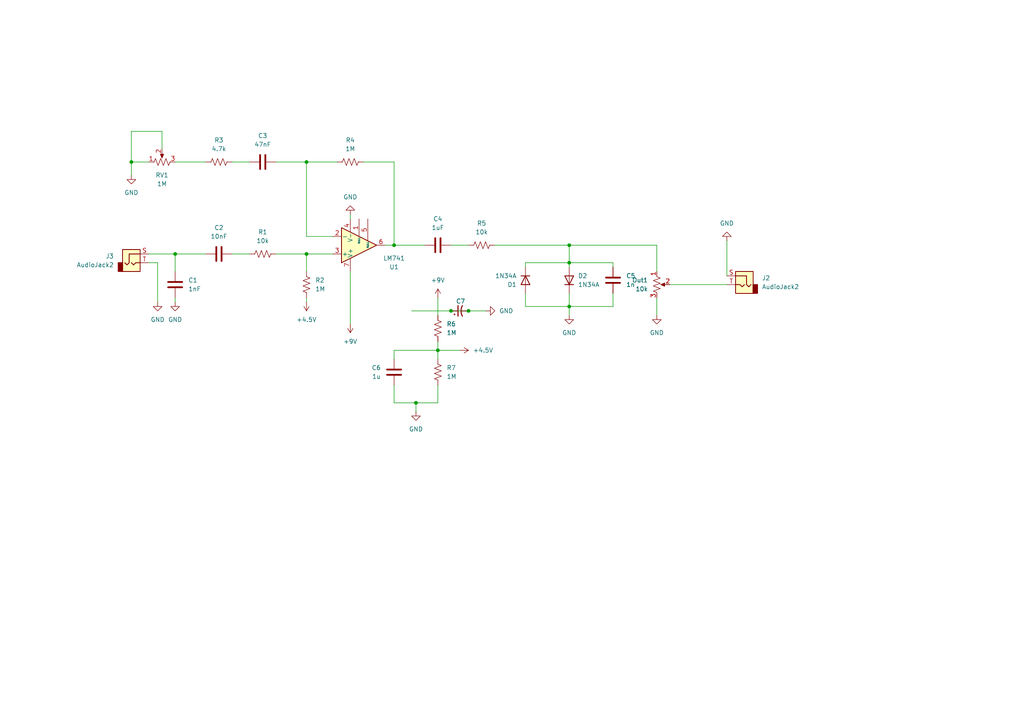
<source format=kicad_sch>
(kicad_sch
	(version 20231120)
	(generator "eeschema")
	(generator_version "8.0")
	(uuid "9f2f92be-aa6b-44f4-b33b-7d0d2139e5c3")
	(paper "A4")
	(lib_symbols
		(symbol "Amplifier_Operational:LM741"
			(pin_names
				(offset 0.127)
			)
			(exclude_from_sim no)
			(in_bom yes)
			(on_board yes)
			(property "Reference" "U"
				(at 0 6.35 0)
				(effects
					(font
						(size 1.27 1.27)
					)
					(justify left)
				)
			)
			(property "Value" "LM741"
				(at 0 3.81 0)
				(effects
					(font
						(size 1.27 1.27)
					)
					(justify left)
				)
			)
			(property "Footprint" ""
				(at 1.27 1.27 0)
				(effects
					(font
						(size 1.27 1.27)
					)
					(hide yes)
				)
			)
			(property "Datasheet" "http://www.ti.com/lit/ds/symlink/lm741.pdf"
				(at 3.81 3.81 0)
				(effects
					(font
						(size 1.27 1.27)
					)
					(hide yes)
				)
			)
			(property "Description" "Operational Amplifier, DIP-8/TO-99-8"
				(at 0 0 0)
				(effects
					(font
						(size 1.27 1.27)
					)
					(hide yes)
				)
			)
			(property "ki_keywords" "single opamp"
				(at 0 0 0)
				(effects
					(font
						(size 1.27 1.27)
					)
					(hide yes)
				)
			)
			(property "ki_fp_filters" "SOIC*3.9x4.9mm*P1.27mm* DIP*W7.62mm* TSSOP*3x3mm*P0.65mm*"
				(at 0 0 0)
				(effects
					(font
						(size 1.27 1.27)
					)
					(hide yes)
				)
			)
			(symbol "LM741_0_1"
				(polyline
					(pts
						(xy -5.08 5.08) (xy 5.08 0) (xy -5.08 -5.08) (xy -5.08 5.08)
					)
					(stroke
						(width 0.254)
						(type default)
					)
					(fill
						(type background)
					)
				)
			)
			(symbol "LM741_1_1"
				(pin input line
					(at 0 -7.62 90)
					(length 5.08)
					(name "NULL"
						(effects
							(font
								(size 0.508 0.508)
							)
						)
					)
					(number "1"
						(effects
							(font
								(size 1.27 1.27)
							)
						)
					)
				)
				(pin input line
					(at -7.62 -2.54 0)
					(length 2.54)
					(name "-"
						(effects
							(font
								(size 1.27 1.27)
							)
						)
					)
					(number "2"
						(effects
							(font
								(size 1.27 1.27)
							)
						)
					)
				)
				(pin input line
					(at -7.62 2.54 0)
					(length 2.54)
					(name "+"
						(effects
							(font
								(size 1.27 1.27)
							)
						)
					)
					(number "3"
						(effects
							(font
								(size 1.27 1.27)
							)
						)
					)
				)
				(pin power_in line
					(at -2.54 -7.62 90)
					(length 3.81)
					(name "V-"
						(effects
							(font
								(size 1.27 1.27)
							)
						)
					)
					(number "4"
						(effects
							(font
								(size 1.27 1.27)
							)
						)
					)
				)
				(pin input line
					(at 2.54 -7.62 90)
					(length 6.35)
					(name "NULL"
						(effects
							(font
								(size 0.508 0.508)
							)
						)
					)
					(number "5"
						(effects
							(font
								(size 1.27 1.27)
							)
						)
					)
				)
				(pin output line
					(at 7.62 0 180)
					(length 2.54)
					(name "~"
						(effects
							(font
								(size 1.27 1.27)
							)
						)
					)
					(number "6"
						(effects
							(font
								(size 1.27 1.27)
							)
						)
					)
				)
				(pin power_in line
					(at -2.54 7.62 270)
					(length 3.81)
					(name "V+"
						(effects
							(font
								(size 1.27 1.27)
							)
						)
					)
					(number "7"
						(effects
							(font
								(size 1.27 1.27)
							)
						)
					)
				)
				(pin no_connect line
					(at 0 2.54 270)
					(length 2.54) hide
					(name "NC"
						(effects
							(font
								(size 1.27 1.27)
							)
						)
					)
					(number "8"
						(effects
							(font
								(size 1.27 1.27)
							)
						)
					)
				)
			)
		)
		(symbol "Connector_Audio:AudioJack2"
			(exclude_from_sim no)
			(in_bom yes)
			(on_board yes)
			(property "Reference" "J"
				(at 0 8.89 0)
				(effects
					(font
						(size 1.27 1.27)
					)
				)
			)
			(property "Value" "AudioJack2"
				(at 0 6.35 0)
				(effects
					(font
						(size 1.27 1.27)
					)
				)
			)
			(property "Footprint" ""
				(at 0 0 0)
				(effects
					(font
						(size 1.27 1.27)
					)
					(hide yes)
				)
			)
			(property "Datasheet" "~"
				(at 0 0 0)
				(effects
					(font
						(size 1.27 1.27)
					)
					(hide yes)
				)
			)
			(property "Description" "Audio Jack, 2 Poles (Mono / TS)"
				(at 0 0 0)
				(effects
					(font
						(size 1.27 1.27)
					)
					(hide yes)
				)
			)
			(property "ki_keywords" "audio jack receptacle mono phone headphone TS connector"
				(at 0 0 0)
				(effects
					(font
						(size 1.27 1.27)
					)
					(hide yes)
				)
			)
			(property "ki_fp_filters" "Jack*"
				(at 0 0 0)
				(effects
					(font
						(size 1.27 1.27)
					)
					(hide yes)
				)
			)
			(symbol "AudioJack2_0_1"
				(rectangle
					(start -3.81 0)
					(end -2.54 -2.54)
					(stroke
						(width 0.254)
						(type default)
					)
					(fill
						(type outline)
					)
				)
				(rectangle
					(start -2.54 3.81)
					(end 2.54 -2.54)
					(stroke
						(width 0.254)
						(type default)
					)
					(fill
						(type background)
					)
				)
				(polyline
					(pts
						(xy 0 0) (xy 0.635 -0.635) (xy 1.27 0) (xy 2.54 0)
					)
					(stroke
						(width 0.254)
						(type default)
					)
					(fill
						(type none)
					)
				)
				(polyline
					(pts
						(xy 2.54 2.54) (xy -0.635 2.54) (xy -0.635 0) (xy -1.27 -0.635) (xy -1.905 0)
					)
					(stroke
						(width 0.254)
						(type default)
					)
					(fill
						(type none)
					)
				)
			)
			(symbol "AudioJack2_1_1"
				(pin passive line
					(at 5.08 2.54 180)
					(length 2.54)
					(name "~"
						(effects
							(font
								(size 1.27 1.27)
							)
						)
					)
					(number "S"
						(effects
							(font
								(size 1.27 1.27)
							)
						)
					)
				)
				(pin passive line
					(at 5.08 0 180)
					(length 2.54)
					(name "~"
						(effects
							(font
								(size 1.27 1.27)
							)
						)
					)
					(number "T"
						(effects
							(font
								(size 1.27 1.27)
							)
						)
					)
				)
			)
		)
		(symbol "Device:C"
			(pin_numbers hide)
			(pin_names
				(offset 0.254)
			)
			(exclude_from_sim no)
			(in_bom yes)
			(on_board yes)
			(property "Reference" "C"
				(at 0.635 2.54 0)
				(effects
					(font
						(size 1.27 1.27)
					)
					(justify left)
				)
			)
			(property "Value" "C"
				(at 0.635 -2.54 0)
				(effects
					(font
						(size 1.27 1.27)
					)
					(justify left)
				)
			)
			(property "Footprint" ""
				(at 0.9652 -3.81 0)
				(effects
					(font
						(size 1.27 1.27)
					)
					(hide yes)
				)
			)
			(property "Datasheet" "~"
				(at 0 0 0)
				(effects
					(font
						(size 1.27 1.27)
					)
					(hide yes)
				)
			)
			(property "Description" "Unpolarized capacitor"
				(at 0 0 0)
				(effects
					(font
						(size 1.27 1.27)
					)
					(hide yes)
				)
			)
			(property "ki_keywords" "cap capacitor"
				(at 0 0 0)
				(effects
					(font
						(size 1.27 1.27)
					)
					(hide yes)
				)
			)
			(property "ki_fp_filters" "C_*"
				(at 0 0 0)
				(effects
					(font
						(size 1.27 1.27)
					)
					(hide yes)
				)
			)
			(symbol "C_0_1"
				(polyline
					(pts
						(xy -2.032 -0.762) (xy 2.032 -0.762)
					)
					(stroke
						(width 0.508)
						(type default)
					)
					(fill
						(type none)
					)
				)
				(polyline
					(pts
						(xy -2.032 0.762) (xy 2.032 0.762)
					)
					(stroke
						(width 0.508)
						(type default)
					)
					(fill
						(type none)
					)
				)
			)
			(symbol "C_1_1"
				(pin passive line
					(at 0 3.81 270)
					(length 2.794)
					(name "~"
						(effects
							(font
								(size 1.27 1.27)
							)
						)
					)
					(number "1"
						(effects
							(font
								(size 1.27 1.27)
							)
						)
					)
				)
				(pin passive line
					(at 0 -3.81 90)
					(length 2.794)
					(name "~"
						(effects
							(font
								(size 1.27 1.27)
							)
						)
					)
					(number "2"
						(effects
							(font
								(size 1.27 1.27)
							)
						)
					)
				)
			)
		)
		(symbol "Device:C_Polarized_Small_US"
			(pin_numbers hide)
			(pin_names
				(offset 0.254) hide)
			(exclude_from_sim no)
			(in_bom yes)
			(on_board yes)
			(property "Reference" "C"
				(at 0.254 1.778 0)
				(effects
					(font
						(size 1.27 1.27)
					)
					(justify left)
				)
			)
			(property "Value" "C_Polarized_Small_US"
				(at 0.254 -2.032 0)
				(effects
					(font
						(size 1.27 1.27)
					)
					(justify left)
				)
			)
			(property "Footprint" ""
				(at 0 0 0)
				(effects
					(font
						(size 1.27 1.27)
					)
					(hide yes)
				)
			)
			(property "Datasheet" "~"
				(at 0 0 0)
				(effects
					(font
						(size 1.27 1.27)
					)
					(hide yes)
				)
			)
			(property "Description" "Polarized capacitor, small US symbol"
				(at 0 0 0)
				(effects
					(font
						(size 1.27 1.27)
					)
					(hide yes)
				)
			)
			(property "ki_keywords" "cap capacitor"
				(at 0 0 0)
				(effects
					(font
						(size 1.27 1.27)
					)
					(hide yes)
				)
			)
			(property "ki_fp_filters" "CP_*"
				(at 0 0 0)
				(effects
					(font
						(size 1.27 1.27)
					)
					(hide yes)
				)
			)
			(symbol "C_Polarized_Small_US_0_1"
				(polyline
					(pts
						(xy -1.524 0.508) (xy 1.524 0.508)
					)
					(stroke
						(width 0.3048)
						(type default)
					)
					(fill
						(type none)
					)
				)
				(polyline
					(pts
						(xy -1.27 1.524) (xy -0.762 1.524)
					)
					(stroke
						(width 0)
						(type default)
					)
					(fill
						(type none)
					)
				)
				(polyline
					(pts
						(xy -1.016 1.27) (xy -1.016 1.778)
					)
					(stroke
						(width 0)
						(type default)
					)
					(fill
						(type none)
					)
				)
				(arc
					(start 1.524 -0.762)
					(mid 0 -0.3734)
					(end -1.524 -0.762)
					(stroke
						(width 0.3048)
						(type default)
					)
					(fill
						(type none)
					)
				)
			)
			(symbol "C_Polarized_Small_US_1_1"
				(pin passive line
					(at 0 2.54 270)
					(length 2.032)
					(name "~"
						(effects
							(font
								(size 1.27 1.27)
							)
						)
					)
					(number "1"
						(effects
							(font
								(size 1.27 1.27)
							)
						)
					)
				)
				(pin passive line
					(at 0 -2.54 90)
					(length 2.032)
					(name "~"
						(effects
							(font
								(size 1.27 1.27)
							)
						)
					)
					(number "2"
						(effects
							(font
								(size 1.27 1.27)
							)
						)
					)
				)
			)
		)
		(symbol "Device:D"
			(pin_numbers hide)
			(pin_names
				(offset 1.016) hide)
			(exclude_from_sim no)
			(in_bom yes)
			(on_board yes)
			(property "Reference" "D"
				(at 0 2.54 0)
				(effects
					(font
						(size 1.27 1.27)
					)
				)
			)
			(property "Value" "D"
				(at 0 -2.54 0)
				(effects
					(font
						(size 1.27 1.27)
					)
				)
			)
			(property "Footprint" ""
				(at 0 0 0)
				(effects
					(font
						(size 1.27 1.27)
					)
					(hide yes)
				)
			)
			(property "Datasheet" "~"
				(at 0 0 0)
				(effects
					(font
						(size 1.27 1.27)
					)
					(hide yes)
				)
			)
			(property "Description" "Diode"
				(at 0 0 0)
				(effects
					(font
						(size 1.27 1.27)
					)
					(hide yes)
				)
			)
			(property "Sim.Device" "D"
				(at 0 0 0)
				(effects
					(font
						(size 1.27 1.27)
					)
					(hide yes)
				)
			)
			(property "Sim.Pins" "1=K 2=A"
				(at 0 0 0)
				(effects
					(font
						(size 1.27 1.27)
					)
					(hide yes)
				)
			)
			(property "ki_keywords" "diode"
				(at 0 0 0)
				(effects
					(font
						(size 1.27 1.27)
					)
					(hide yes)
				)
			)
			(property "ki_fp_filters" "TO-???* *_Diode_* *SingleDiode* D_*"
				(at 0 0 0)
				(effects
					(font
						(size 1.27 1.27)
					)
					(hide yes)
				)
			)
			(symbol "D_0_1"
				(polyline
					(pts
						(xy -1.27 1.27) (xy -1.27 -1.27)
					)
					(stroke
						(width 0.254)
						(type default)
					)
					(fill
						(type none)
					)
				)
				(polyline
					(pts
						(xy 1.27 0) (xy -1.27 0)
					)
					(stroke
						(width 0)
						(type default)
					)
					(fill
						(type none)
					)
				)
				(polyline
					(pts
						(xy 1.27 1.27) (xy 1.27 -1.27) (xy -1.27 0) (xy 1.27 1.27)
					)
					(stroke
						(width 0.254)
						(type default)
					)
					(fill
						(type none)
					)
				)
			)
			(symbol "D_1_1"
				(pin passive line
					(at -3.81 0 0)
					(length 2.54)
					(name "K"
						(effects
							(font
								(size 1.27 1.27)
							)
						)
					)
					(number "1"
						(effects
							(font
								(size 1.27 1.27)
							)
						)
					)
				)
				(pin passive line
					(at 3.81 0 180)
					(length 2.54)
					(name "A"
						(effects
							(font
								(size 1.27 1.27)
							)
						)
					)
					(number "2"
						(effects
							(font
								(size 1.27 1.27)
							)
						)
					)
				)
			)
		)
		(symbol "Device:R_Potentiometer_US"
			(pin_names
				(offset 1.016) hide)
			(exclude_from_sim no)
			(in_bom yes)
			(on_board yes)
			(property "Reference" "RV"
				(at -4.445 0 90)
				(effects
					(font
						(size 1.27 1.27)
					)
				)
			)
			(property "Value" "R_Potentiometer_US"
				(at -2.54 0 90)
				(effects
					(font
						(size 1.27 1.27)
					)
				)
			)
			(property "Footprint" ""
				(at 0 0 0)
				(effects
					(font
						(size 1.27 1.27)
					)
					(hide yes)
				)
			)
			(property "Datasheet" "~"
				(at 0 0 0)
				(effects
					(font
						(size 1.27 1.27)
					)
					(hide yes)
				)
			)
			(property "Description" "Potentiometer, US symbol"
				(at 0 0 0)
				(effects
					(font
						(size 1.27 1.27)
					)
					(hide yes)
				)
			)
			(property "ki_keywords" "resistor variable"
				(at 0 0 0)
				(effects
					(font
						(size 1.27 1.27)
					)
					(hide yes)
				)
			)
			(property "ki_fp_filters" "Potentiometer*"
				(at 0 0 0)
				(effects
					(font
						(size 1.27 1.27)
					)
					(hide yes)
				)
			)
			(symbol "R_Potentiometer_US_0_1"
				(polyline
					(pts
						(xy 0 -2.286) (xy 0 -2.54)
					)
					(stroke
						(width 0)
						(type default)
					)
					(fill
						(type none)
					)
				)
				(polyline
					(pts
						(xy 0 2.54) (xy 0 2.286)
					)
					(stroke
						(width 0)
						(type default)
					)
					(fill
						(type none)
					)
				)
				(polyline
					(pts
						(xy 2.54 0) (xy 1.524 0)
					)
					(stroke
						(width 0)
						(type default)
					)
					(fill
						(type none)
					)
				)
				(polyline
					(pts
						(xy 1.143 0) (xy 2.286 0.508) (xy 2.286 -0.508) (xy 1.143 0)
					)
					(stroke
						(width 0)
						(type default)
					)
					(fill
						(type outline)
					)
				)
				(polyline
					(pts
						(xy 0 -0.762) (xy 1.016 -1.143) (xy 0 -1.524) (xy -1.016 -1.905) (xy 0 -2.286)
					)
					(stroke
						(width 0)
						(type default)
					)
					(fill
						(type none)
					)
				)
				(polyline
					(pts
						(xy 0 0.762) (xy 1.016 0.381) (xy 0 0) (xy -1.016 -0.381) (xy 0 -0.762)
					)
					(stroke
						(width 0)
						(type default)
					)
					(fill
						(type none)
					)
				)
				(polyline
					(pts
						(xy 0 2.286) (xy 1.016 1.905) (xy 0 1.524) (xy -1.016 1.143) (xy 0 0.762)
					)
					(stroke
						(width 0)
						(type default)
					)
					(fill
						(type none)
					)
				)
			)
			(symbol "R_Potentiometer_US_1_1"
				(pin passive line
					(at 0 3.81 270)
					(length 1.27)
					(name "1"
						(effects
							(font
								(size 1.27 1.27)
							)
						)
					)
					(number "1"
						(effects
							(font
								(size 1.27 1.27)
							)
						)
					)
				)
				(pin passive line
					(at 3.81 0 180)
					(length 1.27)
					(name "2"
						(effects
							(font
								(size 1.27 1.27)
							)
						)
					)
					(number "2"
						(effects
							(font
								(size 1.27 1.27)
							)
						)
					)
				)
				(pin passive line
					(at 0 -3.81 90)
					(length 1.27)
					(name "3"
						(effects
							(font
								(size 1.27 1.27)
							)
						)
					)
					(number "3"
						(effects
							(font
								(size 1.27 1.27)
							)
						)
					)
				)
			)
		)
		(symbol "Device:R_US"
			(pin_numbers hide)
			(pin_names
				(offset 0)
			)
			(exclude_from_sim no)
			(in_bom yes)
			(on_board yes)
			(property "Reference" "R"
				(at 2.54 0 90)
				(effects
					(font
						(size 1.27 1.27)
					)
				)
			)
			(property "Value" "R_US"
				(at -2.54 0 90)
				(effects
					(font
						(size 1.27 1.27)
					)
				)
			)
			(property "Footprint" ""
				(at 1.016 -0.254 90)
				(effects
					(font
						(size 1.27 1.27)
					)
					(hide yes)
				)
			)
			(property "Datasheet" "~"
				(at 0 0 0)
				(effects
					(font
						(size 1.27 1.27)
					)
					(hide yes)
				)
			)
			(property "Description" "Resistor, US symbol"
				(at 0 0 0)
				(effects
					(font
						(size 1.27 1.27)
					)
					(hide yes)
				)
			)
			(property "ki_keywords" "R res resistor"
				(at 0 0 0)
				(effects
					(font
						(size 1.27 1.27)
					)
					(hide yes)
				)
			)
			(property "ki_fp_filters" "R_*"
				(at 0 0 0)
				(effects
					(font
						(size 1.27 1.27)
					)
					(hide yes)
				)
			)
			(symbol "R_US_0_1"
				(polyline
					(pts
						(xy 0 -2.286) (xy 0 -2.54)
					)
					(stroke
						(width 0)
						(type default)
					)
					(fill
						(type none)
					)
				)
				(polyline
					(pts
						(xy 0 2.286) (xy 0 2.54)
					)
					(stroke
						(width 0)
						(type default)
					)
					(fill
						(type none)
					)
				)
				(polyline
					(pts
						(xy 0 -0.762) (xy 1.016 -1.143) (xy 0 -1.524) (xy -1.016 -1.905) (xy 0 -2.286)
					)
					(stroke
						(width 0)
						(type default)
					)
					(fill
						(type none)
					)
				)
				(polyline
					(pts
						(xy 0 0.762) (xy 1.016 0.381) (xy 0 0) (xy -1.016 -0.381) (xy 0 -0.762)
					)
					(stroke
						(width 0)
						(type default)
					)
					(fill
						(type none)
					)
				)
				(polyline
					(pts
						(xy 0 2.286) (xy 1.016 1.905) (xy 0 1.524) (xy -1.016 1.143) (xy 0 0.762)
					)
					(stroke
						(width 0)
						(type default)
					)
					(fill
						(type none)
					)
				)
			)
			(symbol "R_US_1_1"
				(pin passive line
					(at 0 3.81 270)
					(length 1.27)
					(name "~"
						(effects
							(font
								(size 1.27 1.27)
							)
						)
					)
					(number "1"
						(effects
							(font
								(size 1.27 1.27)
							)
						)
					)
				)
				(pin passive line
					(at 0 -3.81 90)
					(length 1.27)
					(name "~"
						(effects
							(font
								(size 1.27 1.27)
							)
						)
					)
					(number "2"
						(effects
							(font
								(size 1.27 1.27)
							)
						)
					)
				)
			)
		)
		(symbol "power:+4V"
			(power)
			(pin_numbers hide)
			(pin_names
				(offset 0) hide)
			(exclude_from_sim no)
			(in_bom yes)
			(on_board yes)
			(property "Reference" "#PWR"
				(at 0 -3.81 0)
				(effects
					(font
						(size 1.27 1.27)
					)
					(hide yes)
				)
			)
			(property "Value" "+4V"
				(at 0 3.556 0)
				(effects
					(font
						(size 1.27 1.27)
					)
				)
			)
			(property "Footprint" ""
				(at 0 0 0)
				(effects
					(font
						(size 1.27 1.27)
					)
					(hide yes)
				)
			)
			(property "Datasheet" ""
				(at 0 0 0)
				(effects
					(font
						(size 1.27 1.27)
					)
					(hide yes)
				)
			)
			(property "Description" "Power symbol creates a global label with name \"+4V\""
				(at 0 0 0)
				(effects
					(font
						(size 1.27 1.27)
					)
					(hide yes)
				)
			)
			(property "ki_keywords" "global power"
				(at 0 0 0)
				(effects
					(font
						(size 1.27 1.27)
					)
					(hide yes)
				)
			)
			(symbol "+4V_0_1"
				(polyline
					(pts
						(xy -0.762 1.27) (xy 0 2.54)
					)
					(stroke
						(width 0)
						(type default)
					)
					(fill
						(type none)
					)
				)
				(polyline
					(pts
						(xy 0 0) (xy 0 2.54)
					)
					(stroke
						(width 0)
						(type default)
					)
					(fill
						(type none)
					)
				)
				(polyline
					(pts
						(xy 0 2.54) (xy 0.762 1.27)
					)
					(stroke
						(width 0)
						(type default)
					)
					(fill
						(type none)
					)
				)
			)
			(symbol "+4V_1_1"
				(pin power_in line
					(at 0 0 90)
					(length 0)
					(name "~"
						(effects
							(font
								(size 1.27 1.27)
							)
						)
					)
					(number "1"
						(effects
							(font
								(size 1.27 1.27)
							)
						)
					)
				)
			)
		)
		(symbol "power:+9V"
			(power)
			(pin_numbers hide)
			(pin_names
				(offset 0) hide)
			(exclude_from_sim no)
			(in_bom yes)
			(on_board yes)
			(property "Reference" "#PWR"
				(at 0 -3.81 0)
				(effects
					(font
						(size 1.27 1.27)
					)
					(hide yes)
				)
			)
			(property "Value" "+9V"
				(at 0 3.556 0)
				(effects
					(font
						(size 1.27 1.27)
					)
				)
			)
			(property "Footprint" ""
				(at 0 0 0)
				(effects
					(font
						(size 1.27 1.27)
					)
					(hide yes)
				)
			)
			(property "Datasheet" ""
				(at 0 0 0)
				(effects
					(font
						(size 1.27 1.27)
					)
					(hide yes)
				)
			)
			(property "Description" "Power symbol creates a global label with name \"+9V\""
				(at 0 0 0)
				(effects
					(font
						(size 1.27 1.27)
					)
					(hide yes)
				)
			)
			(property "ki_keywords" "global power"
				(at 0 0 0)
				(effects
					(font
						(size 1.27 1.27)
					)
					(hide yes)
				)
			)
			(symbol "+9V_0_1"
				(polyline
					(pts
						(xy -0.762 1.27) (xy 0 2.54)
					)
					(stroke
						(width 0)
						(type default)
					)
					(fill
						(type none)
					)
				)
				(polyline
					(pts
						(xy 0 0) (xy 0 2.54)
					)
					(stroke
						(width 0)
						(type default)
					)
					(fill
						(type none)
					)
				)
				(polyline
					(pts
						(xy 0 2.54) (xy 0.762 1.27)
					)
					(stroke
						(width 0)
						(type default)
					)
					(fill
						(type none)
					)
				)
			)
			(symbol "+9V_1_1"
				(pin power_in line
					(at 0 0 90)
					(length 0)
					(name "~"
						(effects
							(font
								(size 1.27 1.27)
							)
						)
					)
					(number "1"
						(effects
							(font
								(size 1.27 1.27)
							)
						)
					)
				)
			)
		)
		(symbol "power:GND"
			(power)
			(pin_numbers hide)
			(pin_names
				(offset 0) hide)
			(exclude_from_sim no)
			(in_bom yes)
			(on_board yes)
			(property "Reference" "#PWR"
				(at 0 -6.35 0)
				(effects
					(font
						(size 1.27 1.27)
					)
					(hide yes)
				)
			)
			(property "Value" "GND"
				(at 0 -3.81 0)
				(effects
					(font
						(size 1.27 1.27)
					)
				)
			)
			(property "Footprint" ""
				(at 0 0 0)
				(effects
					(font
						(size 1.27 1.27)
					)
					(hide yes)
				)
			)
			(property "Datasheet" ""
				(at 0 0 0)
				(effects
					(font
						(size 1.27 1.27)
					)
					(hide yes)
				)
			)
			(property "Description" "Power symbol creates a global label with name \"GND\" , ground"
				(at 0 0 0)
				(effects
					(font
						(size 1.27 1.27)
					)
					(hide yes)
				)
			)
			(property "ki_keywords" "global power"
				(at 0 0 0)
				(effects
					(font
						(size 1.27 1.27)
					)
					(hide yes)
				)
			)
			(symbol "GND_0_1"
				(polyline
					(pts
						(xy 0 0) (xy 0 -1.27) (xy 1.27 -1.27) (xy 0 -2.54) (xy -1.27 -1.27) (xy 0 -1.27)
					)
					(stroke
						(width 0)
						(type default)
					)
					(fill
						(type none)
					)
				)
			)
			(symbol "GND_1_1"
				(pin power_in line
					(at 0 0 270)
					(length 0)
					(name "~"
						(effects
							(font
								(size 1.27 1.27)
							)
						)
					)
					(number "1"
						(effects
							(font
								(size 1.27 1.27)
							)
						)
					)
				)
			)
		)
	)
	(junction
		(at 88.9 73.66)
		(diameter 0)
		(color 0 0 0 0)
		(uuid "1bee6b43-2234-4830-be62-83750339ca99")
	)
	(junction
		(at 38.1 46.99)
		(diameter 0)
		(color 0 0 0 0)
		(uuid "2c33ff5a-e13e-4563-a9f5-efedcd1c619f")
	)
	(junction
		(at 120.65 116.84)
		(diameter 0)
		(color 0 0 0 0)
		(uuid "3edcb46c-5df1-4a77-8f94-7730bb9da848")
	)
	(junction
		(at 50.8 73.66)
		(diameter 0)
		(color 0 0 0 0)
		(uuid "62a4c2e7-d6a3-48c4-927e-ee2687650c7e")
	)
	(junction
		(at 165.1 71.12)
		(diameter 0)
		(color 0 0 0 0)
		(uuid "88f5e031-d51d-4060-af3e-9a54258bc9f4")
	)
	(junction
		(at 88.9 46.99)
		(diameter 0)
		(color 0 0 0 0)
		(uuid "8ab9fe38-0bf0-4ead-a251-0d61c243f2f4")
	)
	(junction
		(at 127 101.6)
		(diameter 0)
		(color 0 0 0 0)
		(uuid "b1185c62-8fd6-424a-b3e1-3f9423118bae")
	)
	(junction
		(at 114.3 71.12)
		(diameter 0)
		(color 0 0 0 0)
		(uuid "b2226568-76a0-41ed-ad12-1e95cfbf3f7d")
	)
	(junction
		(at 165.1 76.2)
		(diameter 0)
		(color 0 0 0 0)
		(uuid "bc218e5c-f44c-437f-ab5e-0370c2a57e9d")
	)
	(junction
		(at 130.81 90.17)
		(diameter 0)
		(color 0 0 0 0)
		(uuid "d06980f7-9d6b-496b-a68b-db591a1cc335")
	)
	(junction
		(at 135.89 90.17)
		(diameter 0)
		(color 0 0 0 0)
		(uuid "ed15f460-21d1-4c10-b02e-879ed9810ee4")
	)
	(junction
		(at 165.1 88.9)
		(diameter 0)
		(color 0 0 0 0)
		(uuid "f9e9f2a8-e323-48d1-a644-0dd4ac370759")
	)
	(wire
		(pts
			(xy 152.4 76.2) (xy 152.4 77.47)
		)
		(stroke
			(width 0)
			(type default)
		)
		(uuid "00f08d98-d5b5-41b7-8df7-1ae010d24a2a")
	)
	(wire
		(pts
			(xy 80.01 73.66) (xy 88.9 73.66)
		)
		(stroke
			(width 0)
			(type default)
		)
		(uuid "0534126a-a8dc-4344-a29c-9e3ccf84b3e5")
	)
	(wire
		(pts
			(xy 43.18 73.66) (xy 50.8 73.66)
		)
		(stroke
			(width 0)
			(type default)
		)
		(uuid "07fd06e4-a45f-4fcc-afec-c458a93177c8")
	)
	(wire
		(pts
			(xy 130.81 90.17) (xy 119.38 90.17)
		)
		(stroke
			(width 0)
			(type default)
		)
		(uuid "116f3ffb-ea1a-4e9b-99b1-2e7948af3cb0")
	)
	(wire
		(pts
			(xy 88.9 46.99) (xy 88.9 68.58)
		)
		(stroke
			(width 0)
			(type default)
		)
		(uuid "14a664fb-6a87-4368-a1ec-919364b92a11")
	)
	(wire
		(pts
			(xy 127 116.84) (xy 127 111.76)
		)
		(stroke
			(width 0)
			(type default)
		)
		(uuid "15d05112-c2ef-45a6-af29-42a77ef1e9e3")
	)
	(wire
		(pts
			(xy 127 99.06) (xy 127 101.6)
		)
		(stroke
			(width 0)
			(type default)
		)
		(uuid "1aedbc99-6893-44c7-9bb7-64e2f287f345")
	)
	(wire
		(pts
			(xy 50.8 73.66) (xy 59.69 73.66)
		)
		(stroke
			(width 0)
			(type default)
		)
		(uuid "1b73cab1-a656-4b2f-adce-f5d4fe6d7f29")
	)
	(wire
		(pts
			(xy 38.1 38.1) (xy 38.1 46.99)
		)
		(stroke
			(width 0)
			(type default)
		)
		(uuid "1ccd4feb-c657-4d29-be1b-5cb7c7897ef8")
	)
	(wire
		(pts
			(xy 105.41 46.99) (xy 114.3 46.99)
		)
		(stroke
			(width 0)
			(type default)
		)
		(uuid "1d0ca959-7b45-4f5f-8ca3-2873ac408b55")
	)
	(wire
		(pts
			(xy 152.4 85.09) (xy 152.4 88.9)
		)
		(stroke
			(width 0)
			(type default)
		)
		(uuid "22cc0aca-8875-4017-9da3-95311ae8a5b0")
	)
	(wire
		(pts
			(xy 114.3 111.76) (xy 114.3 116.84)
		)
		(stroke
			(width 0)
			(type default)
		)
		(uuid "25f20f00-3b44-4a96-aef1-3f5120ec2bd4")
	)
	(wire
		(pts
			(xy 210.82 69.85) (xy 210.82 80.01)
		)
		(stroke
			(width 0)
			(type default)
		)
		(uuid "2e819ac9-dfe6-4303-90f4-9a7028c60c78")
	)
	(wire
		(pts
			(xy 120.65 116.84) (xy 120.65 119.38)
		)
		(stroke
			(width 0)
			(type default)
		)
		(uuid "3998cd14-a904-4e14-b1dc-80902f205bf7")
	)
	(wire
		(pts
			(xy 190.5 86.36) (xy 190.5 91.44)
		)
		(stroke
			(width 0)
			(type default)
		)
		(uuid "3d4c4a40-e227-438f-bf72-c97e79a116cb")
	)
	(wire
		(pts
			(xy 96.52 68.58) (xy 88.9 68.58)
		)
		(stroke
			(width 0)
			(type default)
		)
		(uuid "3fe3388d-5309-4e9f-8ddc-e38295e44d97")
	)
	(wire
		(pts
			(xy 50.8 86.36) (xy 50.8 87.63)
		)
		(stroke
			(width 0)
			(type default)
		)
		(uuid "4a7bfffa-7abd-4e5f-96b5-f05fbba360b1")
	)
	(wire
		(pts
			(xy 165.1 88.9) (xy 152.4 88.9)
		)
		(stroke
			(width 0)
			(type default)
		)
		(uuid "4c1f157c-8051-48ee-9ee0-79a820b9bda7")
	)
	(wire
		(pts
			(xy 88.9 46.99) (xy 97.79 46.99)
		)
		(stroke
			(width 0)
			(type default)
		)
		(uuid "4f24d920-0b01-49fc-9ffa-133e1916344f")
	)
	(wire
		(pts
			(xy 45.72 76.2) (xy 45.72 87.63)
		)
		(stroke
			(width 0)
			(type default)
		)
		(uuid "5259372d-aeb7-4911-ae5a-27c1b50863e2")
	)
	(wire
		(pts
			(xy 46.99 38.1) (xy 38.1 38.1)
		)
		(stroke
			(width 0)
			(type default)
		)
		(uuid "528cea6b-a30b-4ece-8284-5001f37136ba")
	)
	(wire
		(pts
			(xy 114.3 116.84) (xy 120.65 116.84)
		)
		(stroke
			(width 0)
			(type default)
		)
		(uuid "52bfdf70-1b5c-446e-9ead-f48077f9c96c")
	)
	(wire
		(pts
			(xy 43.18 76.2) (xy 45.72 76.2)
		)
		(stroke
			(width 0)
			(type default)
		)
		(uuid "5407c728-f548-4a27-9037-5f403cdeb9d1")
	)
	(wire
		(pts
			(xy 101.6 78.74) (xy 101.6 93.98)
		)
		(stroke
			(width 0)
			(type default)
		)
		(uuid "6d81a78a-62e2-4995-a652-327390a8a5f4")
	)
	(wire
		(pts
			(xy 38.1 46.99) (xy 43.18 46.99)
		)
		(stroke
			(width 0)
			(type default)
		)
		(uuid "72c709a4-f694-40c6-be40-8a0130f9d5e4")
	)
	(wire
		(pts
			(xy 165.1 77.47) (xy 165.1 76.2)
		)
		(stroke
			(width 0)
			(type default)
		)
		(uuid "79089f32-8201-415a-8e9f-9da4924bf610")
	)
	(wire
		(pts
			(xy 127 86.36) (xy 127 91.44)
		)
		(stroke
			(width 0)
			(type default)
		)
		(uuid "7ade0b35-ec26-4287-9464-e1a85e549148")
	)
	(wire
		(pts
			(xy 46.99 43.18) (xy 46.99 38.1)
		)
		(stroke
			(width 0)
			(type default)
		)
		(uuid "7f923439-4fed-4fdf-a668-82e4480716d4")
	)
	(wire
		(pts
			(xy 165.1 71.12) (xy 165.1 76.2)
		)
		(stroke
			(width 0)
			(type default)
		)
		(uuid "8686bd76-6fd4-49d0-957c-83464f548791")
	)
	(wire
		(pts
			(xy 130.81 71.12) (xy 135.89 71.12)
		)
		(stroke
			(width 0)
			(type default)
		)
		(uuid "9231a445-86c0-4a07-9329-8226428d723d")
	)
	(wire
		(pts
			(xy 177.8 77.47) (xy 177.8 76.2)
		)
		(stroke
			(width 0)
			(type default)
		)
		(uuid "923b0813-026c-42ce-81ce-4d89b35e4166")
	)
	(wire
		(pts
			(xy 152.4 76.2) (xy 165.1 76.2)
		)
		(stroke
			(width 0)
			(type default)
		)
		(uuid "9a7d2a14-04c4-4d1b-86b1-343fb82b10c6")
	)
	(wire
		(pts
			(xy 114.3 71.12) (xy 123.19 71.12)
		)
		(stroke
			(width 0)
			(type default)
		)
		(uuid "9ba32e26-b10c-4b01-9195-be0d2d9aba55")
	)
	(wire
		(pts
			(xy 127 101.6) (xy 127 104.14)
		)
		(stroke
			(width 0)
			(type default)
		)
		(uuid "9cf8dd6b-c299-410e-8393-8ba55857c492")
	)
	(wire
		(pts
			(xy 50.8 73.66) (xy 50.8 78.74)
		)
		(stroke
			(width 0)
			(type default)
		)
		(uuid "9fbc06ae-877d-4e78-b029-92d3bab927f4")
	)
	(wire
		(pts
			(xy 165.1 71.12) (xy 190.5 71.12)
		)
		(stroke
			(width 0)
			(type default)
		)
		(uuid "a2b34674-63df-47ae-b67a-b9741493ca22")
	)
	(wire
		(pts
			(xy 111.76 71.12) (xy 114.3 71.12)
		)
		(stroke
			(width 0)
			(type default)
		)
		(uuid "a3655c54-a7d2-41ee-b825-3105f412f81d")
	)
	(wire
		(pts
			(xy 127 101.6) (xy 133.35 101.6)
		)
		(stroke
			(width 0)
			(type default)
		)
		(uuid "a603f4ac-a52a-4b59-9886-c3dc01df2788")
	)
	(wire
		(pts
			(xy 80.01 46.99) (xy 88.9 46.99)
		)
		(stroke
			(width 0)
			(type default)
		)
		(uuid "a9243db5-80f6-41e1-9123-383187da7309")
	)
	(wire
		(pts
			(xy 114.3 71.12) (xy 114.3 46.99)
		)
		(stroke
			(width 0)
			(type default)
		)
		(uuid "afadac45-9de4-4aa7-92b1-8addb752e58f")
	)
	(wire
		(pts
			(xy 210.82 82.55) (xy 194.31 82.55)
		)
		(stroke
			(width 0)
			(type default)
		)
		(uuid "b1fc0a89-0166-4fc6-a261-677eae9a6586")
	)
	(wire
		(pts
			(xy 127 101.6) (xy 114.3 101.6)
		)
		(stroke
			(width 0)
			(type default)
		)
		(uuid "b417cdab-4063-48e4-83fe-b4f45913c4fe")
	)
	(wire
		(pts
			(xy 88.9 73.66) (xy 88.9 78.74)
		)
		(stroke
			(width 0)
			(type default)
		)
		(uuid "ba048295-1860-455f-8f70-b6b00c260711")
	)
	(wire
		(pts
			(xy 120.65 116.84) (xy 127 116.84)
		)
		(stroke
			(width 0)
			(type default)
		)
		(uuid "ba52366a-97c1-4b42-8cfc-4f0216229dc9")
	)
	(wire
		(pts
			(xy 67.31 73.66) (xy 72.39 73.66)
		)
		(stroke
			(width 0)
			(type default)
		)
		(uuid "bb55ef9e-6f85-44db-921e-438a85e9f3c2")
	)
	(wire
		(pts
			(xy 114.3 101.6) (xy 114.3 104.14)
		)
		(stroke
			(width 0)
			(type default)
		)
		(uuid "bdfafd6f-b116-4acb-a869-0dfe946eb6a7")
	)
	(wire
		(pts
			(xy 190.5 78.74) (xy 190.5 71.12)
		)
		(stroke
			(width 0)
			(type default)
		)
		(uuid "c438ed39-d978-4c04-9427-4c9c474bb241")
	)
	(wire
		(pts
			(xy 177.8 85.09) (xy 177.8 88.9)
		)
		(stroke
			(width 0)
			(type default)
		)
		(uuid "c4cea8c4-1639-4d12-8b3a-2564ab7a549d")
	)
	(wire
		(pts
			(xy 88.9 86.36) (xy 88.9 87.63)
		)
		(stroke
			(width 0)
			(type default)
		)
		(uuid "ce02f929-c7a4-43eb-a954-62c353db73bd")
	)
	(wire
		(pts
			(xy 165.1 85.09) (xy 165.1 88.9)
		)
		(stroke
			(width 0)
			(type default)
		)
		(uuid "d188086a-f3fa-4085-a5c9-580fe0c4bbc9")
	)
	(wire
		(pts
			(xy 165.1 76.2) (xy 177.8 76.2)
		)
		(stroke
			(width 0)
			(type default)
		)
		(uuid "d194799e-5212-4297-b3b2-b0022a407d22")
	)
	(wire
		(pts
			(xy 67.31 46.99) (xy 72.39 46.99)
		)
		(stroke
			(width 0)
			(type default)
		)
		(uuid "d64c13df-03eb-4598-86c8-739404e592b1")
	)
	(wire
		(pts
			(xy 140.97 90.17) (xy 135.89 90.17)
		)
		(stroke
			(width 0)
			(type default)
		)
		(uuid "ddfca6fc-5b0f-4cb0-b919-2191c0a1bd9f")
	)
	(wire
		(pts
			(xy 165.1 88.9) (xy 165.1 91.44)
		)
		(stroke
			(width 0)
			(type default)
		)
		(uuid "e14b7a43-4d24-4d28-b8c1-7824d6549ce8")
	)
	(wire
		(pts
			(xy 101.6 62.23) (xy 101.6 63.5)
		)
		(stroke
			(width 0)
			(type default)
		)
		(uuid "e197855f-6660-4c44-8ab3-9c958e14e116")
	)
	(wire
		(pts
			(xy 143.51 71.12) (xy 165.1 71.12)
		)
		(stroke
			(width 0)
			(type default)
		)
		(uuid "e79072b9-4156-4f52-b94a-60b763381cc7")
	)
	(wire
		(pts
			(xy 135.89 90.17) (xy 130.81 90.17)
		)
		(stroke
			(width 0)
			(type default)
		)
		(uuid "e9740408-5e93-4fd7-87b6-f7154d112e1d")
	)
	(wire
		(pts
			(xy 165.1 88.9) (xy 177.8 88.9)
		)
		(stroke
			(width 0)
			(type default)
		)
		(uuid "ec6ad481-8ff7-4ed9-a1f1-da5f168d680c")
	)
	(wire
		(pts
			(xy 38.1 46.99) (xy 38.1 50.8)
		)
		(stroke
			(width 0)
			(type default)
		)
		(uuid "edda8bf8-6b44-499d-9393-f1cdefa17a31")
	)
	(wire
		(pts
			(xy 88.9 73.66) (xy 96.52 73.66)
		)
		(stroke
			(width 0)
			(type default)
		)
		(uuid "f3cc45da-bb76-4eee-86c8-1e25c54f192b")
	)
	(wire
		(pts
			(xy 50.8 46.99) (xy 59.69 46.99)
		)
		(stroke
			(width 0)
			(type default)
		)
		(uuid "f6aaa77f-1214-47f4-ac0e-8b9c3d27bd05")
	)
	(symbol
		(lib_id "Device:R_US")
		(at 127 107.95 0)
		(unit 1)
		(exclude_from_sim no)
		(in_bom yes)
		(on_board yes)
		(dnp no)
		(fields_autoplaced yes)
		(uuid "1994a9b2-7887-4186-9d55-574f295be65f")
		(property "Reference" "R7"
			(at 129.54 106.6799 0)
			(effects
				(font
					(size 1.27 1.27)
				)
				(justify left)
			)
		)
		(property "Value" "1M"
			(at 129.54 109.2199 0)
			(effects
				(font
					(size 1.27 1.27)
				)
				(justify left)
			)
		)
		(property "Footprint" "Resistor_THT:R_Axial_DIN0207_L6.3mm_D2.5mm_P2.54mm_Vertical"
			(at 128.016 108.204 90)
			(effects
				(font
					(size 1.27 1.27)
				)
				(hide yes)
			)
		)
		(property "Datasheet" "~"
			(at 127 107.95 0)
			(effects
				(font
					(size 1.27 1.27)
				)
				(hide yes)
			)
		)
		(property "Description" "Resistor, US symbol"
			(at 127 107.95 0)
			(effects
				(font
					(size 1.27 1.27)
				)
				(hide yes)
			)
		)
		(pin "2"
			(uuid "23a86ec7-a0f8-4ca1-b22d-d38cde871e67")
		)
		(pin "1"
			(uuid "eeafaad3-e324-47fa-b7dd-12ba451df90a")
		)
		(instances
			(project "Black Cloud - Discrete Dist+"
				(path "/9f2f92be-aa6b-44f4-b33b-7d0d2139e5c3"
					(reference "R7")
					(unit 1)
				)
			)
		)
	)
	(symbol
		(lib_id "Device:C")
		(at 50.8 82.55 0)
		(unit 1)
		(exclude_from_sim no)
		(in_bom yes)
		(on_board yes)
		(dnp no)
		(fields_autoplaced yes)
		(uuid "1ea4addd-d25c-437e-a8a9-ffa3e6f25cfe")
		(property "Reference" "C1"
			(at 54.61 81.2799 0)
			(effects
				(font
					(size 1.27 1.27)
				)
				(justify left)
			)
		)
		(property "Value" "1nF"
			(at 54.61 83.8199 0)
			(effects
				(font
					(size 1.27 1.27)
				)
				(justify left)
			)
		)
		(property "Footprint" "Capacitor_THT:C_Disc_D5.0mm_W2.5mm_P2.50mm"
			(at 51.7652 86.36 0)
			(effects
				(font
					(size 1.27 1.27)
				)
				(hide yes)
			)
		)
		(property "Datasheet" "~"
			(at 50.8 82.55 0)
			(effects
				(font
					(size 1.27 1.27)
				)
				(hide yes)
			)
		)
		(property "Description" "Unpolarized capacitor"
			(at 50.8 82.55 0)
			(effects
				(font
					(size 1.27 1.27)
				)
				(hide yes)
			)
		)
		(pin "2"
			(uuid "0c884925-3d28-4f89-bd75-a77c12b924b0")
		)
		(pin "1"
			(uuid "9fcdeb96-b86e-4edb-9ced-48b134d0a6bd")
		)
		(instances
			(project "Black Cloud - Discrete Dist+"
				(path "/9f2f92be-aa6b-44f4-b33b-7d0d2139e5c3"
					(reference "C1")
					(unit 1)
				)
			)
		)
	)
	(symbol
		(lib_id "Device:C")
		(at 127 71.12 90)
		(unit 1)
		(exclude_from_sim no)
		(in_bom yes)
		(on_board yes)
		(dnp no)
		(fields_autoplaced yes)
		(uuid "2667dda6-601c-4bed-a372-210b814bb552")
		(property "Reference" "C4"
			(at 127 63.5 90)
			(effects
				(font
					(size 1.27 1.27)
				)
			)
		)
		(property "Value" "1uF"
			(at 127 66.04 90)
			(effects
				(font
					(size 1.27 1.27)
				)
			)
		)
		(property "Footprint" "Capacitor_THT:C_Disc_D5.0mm_W2.5mm_P2.50mm"
			(at 130.81 70.1548 0)
			(effects
				(font
					(size 1.27 1.27)
				)
				(hide yes)
			)
		)
		(property "Datasheet" "~"
			(at 127 71.12 0)
			(effects
				(font
					(size 1.27 1.27)
				)
				(hide yes)
			)
		)
		(property "Description" "Unpolarized capacitor"
			(at 127 71.12 0)
			(effects
				(font
					(size 1.27 1.27)
				)
				(hide yes)
			)
		)
		(pin "1"
			(uuid "f402b0ba-4d7a-4618-b43b-bd82485efe13")
		)
		(pin "2"
			(uuid "bdc228c7-87e5-407e-b18d-14d429e39d0b")
		)
		(instances
			(project "Black Cloud - Discrete Dist+"
				(path "/9f2f92be-aa6b-44f4-b33b-7d0d2139e5c3"
					(reference "C4")
					(unit 1)
				)
			)
		)
	)
	(symbol
		(lib_id "Device:R_US")
		(at 76.2 73.66 90)
		(unit 1)
		(exclude_from_sim no)
		(in_bom yes)
		(on_board yes)
		(dnp no)
		(fields_autoplaced yes)
		(uuid "2fcfab91-8fef-4ff2-aedd-f53918678130")
		(property "Reference" "R1"
			(at 76.2 67.31 90)
			(effects
				(font
					(size 1.27 1.27)
				)
			)
		)
		(property "Value" "10k"
			(at 76.2 69.85 90)
			(effects
				(font
					(size 1.27 1.27)
				)
			)
		)
		(property "Footprint" "Resistor_THT:R_Axial_DIN0207_L6.3mm_D2.5mm_P2.54mm_Vertical"
			(at 76.454 72.644 90)
			(effects
				(font
					(size 1.27 1.27)
				)
				(hide yes)
			)
		)
		(property "Datasheet" "~"
			(at 76.2 73.66 0)
			(effects
				(font
					(size 1.27 1.27)
				)
				(hide yes)
			)
		)
		(property "Description" "Resistor, US symbol"
			(at 76.2 73.66 0)
			(effects
				(font
					(size 1.27 1.27)
				)
				(hide yes)
			)
		)
		(pin "1"
			(uuid "0e5d2a6e-aa71-4edc-a05d-6d784bd168d7")
		)
		(pin "2"
			(uuid "e3f45858-d197-4ddf-b95c-d910d1f21af3")
		)
		(instances
			(project "Black Cloud - Discrete Dist+"
				(path "/9f2f92be-aa6b-44f4-b33b-7d0d2139e5c3"
					(reference "R1")
					(unit 1)
				)
			)
		)
	)
	(symbol
		(lib_id "power:+9V")
		(at 127 86.36 0)
		(unit 1)
		(exclude_from_sim no)
		(in_bom yes)
		(on_board yes)
		(dnp no)
		(fields_autoplaced yes)
		(uuid "4203792b-1213-4cb5-8839-951ac7215f81")
		(property "Reference" "#PWR09"
			(at 127 90.17 0)
			(effects
				(font
					(size 1.27 1.27)
				)
				(hide yes)
			)
		)
		(property "Value" "+9V"
			(at 127 81.28 0)
			(effects
				(font
					(size 1.27 1.27)
				)
			)
		)
		(property "Footprint" ""
			(at 127 86.36 0)
			(effects
				(font
					(size 1.27 1.27)
				)
				(hide yes)
			)
		)
		(property "Datasheet" ""
			(at 127 86.36 0)
			(effects
				(font
					(size 1.27 1.27)
				)
				(hide yes)
			)
		)
		(property "Description" "Power symbol creates a global label with name \"+9V\""
			(at 127 86.36 0)
			(effects
				(font
					(size 1.27 1.27)
				)
				(hide yes)
			)
		)
		(pin "1"
			(uuid "8662fb72-c558-439c-af72-883396f42404")
		)
		(instances
			(project "Black Cloud - Discrete Dist+"
				(path "/9f2f92be-aa6b-44f4-b33b-7d0d2139e5c3"
					(reference "#PWR09")
					(unit 1)
				)
			)
		)
	)
	(symbol
		(lib_id "Device:C_Polarized_Small_US")
		(at 133.35 90.17 90)
		(unit 1)
		(exclude_from_sim no)
		(in_bom yes)
		(on_board yes)
		(dnp no)
		(uuid "52ad6d1e-f8f7-4661-aea3-32760fc4d333")
		(property "Reference" "C7"
			(at 133.604 87.376 90)
			(effects
				(font
					(size 1.27 1.27)
				)
			)
		)
		(property "Value" "100u"
			(at 134.366 74.676 90)
			(effects
				(font
					(size 1.27 1.27)
				)
				(hide yes)
			)
		)
		(property "Footprint" ""
			(at 133.35 90.17 0)
			(effects
				(font
					(size 1.27 1.27)
				)
				(hide yes)
			)
		)
		(property "Datasheet" "~"
			(at 133.35 90.17 0)
			(effects
				(font
					(size 1.27 1.27)
				)
				(hide yes)
			)
		)
		(property "Description" "Polarized capacitor, small US symbol"
			(at 133.35 90.17 0)
			(effects
				(font
					(size 1.27 1.27)
				)
				(hide yes)
			)
		)
		(pin "1"
			(uuid "e86fe6f9-907a-492e-b024-cb5577107e23")
		)
		(pin "2"
			(uuid "bfd7e8be-be26-4b64-9d64-b472b8c4094d")
		)
		(instances
			(project "Black Cloud - Discrete Dist+"
				(path "/9f2f92be-aa6b-44f4-b33b-7d0d2139e5c3"
					(reference "C7")
					(unit 1)
				)
			)
		)
	)
	(symbol
		(lib_id "Device:R_Potentiometer_US")
		(at 190.5 82.55 0)
		(unit 1)
		(exclude_from_sim no)
		(in_bom yes)
		(on_board yes)
		(dnp no)
		(fields_autoplaced yes)
		(uuid "58e9532c-6dda-4c1f-a54c-0646e6110f45")
		(property "Reference" "Out1"
			(at 187.96 81.2799 0)
			(effects
				(font
					(size 1.27 1.27)
				)
				(justify right)
			)
		)
		(property "Value" "10k"
			(at 187.96 83.8199 0)
			(effects
				(font
					(size 1.27 1.27)
				)
				(justify right)
			)
		)
		(property "Footprint" "Potentiometer_THT:Potentiometer_Bourns_3386C_Horizontal"
			(at 190.5 82.55 0)
			(effects
				(font
					(size 1.27 1.27)
				)
				(hide yes)
			)
		)
		(property "Datasheet" "~"
			(at 190.5 82.55 0)
			(effects
				(font
					(size 1.27 1.27)
				)
				(hide yes)
			)
		)
		(property "Description" "Potentiometer, US symbol"
			(at 190.5 82.55 0)
			(effects
				(font
					(size 1.27 1.27)
				)
				(hide yes)
			)
		)
		(pin "1"
			(uuid "aa2b7e85-aa9a-449e-be0f-2b6e1e8e6edf")
		)
		(pin "3"
			(uuid "9c4bd548-4301-4cd0-81da-fc50bd38cb27")
		)
		(pin "2"
			(uuid "471a1f7d-f99c-4bad-b6f1-46f99dec32bf")
		)
		(instances
			(project "Black Cloud - Discrete Dist+"
				(path "/9f2f92be-aa6b-44f4-b33b-7d0d2139e5c3"
					(reference "Out1")
					(unit 1)
				)
			)
		)
	)
	(symbol
		(lib_id "Device:R_Potentiometer_US")
		(at 46.99 46.99 90)
		(unit 1)
		(exclude_from_sim no)
		(in_bom yes)
		(on_board yes)
		(dnp no)
		(fields_autoplaced yes)
		(uuid "63493eef-3c08-415b-a5cc-de1462a3f01a")
		(property "Reference" "RV1"
			(at 46.99 50.8 90)
			(effects
				(font
					(size 1.27 1.27)
				)
			)
		)
		(property "Value" "1M"
			(at 46.99 53.34 90)
			(effects
				(font
					(size 1.27 1.27)
				)
			)
		)
		(property "Footprint" "Potentiometer_THT:Potentiometer_Bourns_3386C_Horizontal"
			(at 46.99 46.99 0)
			(effects
				(font
					(size 1.27 1.27)
				)
				(hide yes)
			)
		)
		(property "Datasheet" "~"
			(at 46.99 46.99 0)
			(effects
				(font
					(size 1.27 1.27)
				)
				(hide yes)
			)
		)
		(property "Description" "Potentiometer, US symbol"
			(at 46.99 46.99 0)
			(effects
				(font
					(size 1.27 1.27)
				)
				(hide yes)
			)
		)
		(pin "2"
			(uuid "9e65de8e-0b5d-4541-bfcb-7901efd78a3e")
		)
		(pin "1"
			(uuid "b49c176a-70e5-46b4-9f77-027e3f5baa0f")
		)
		(pin "3"
			(uuid "fb375acd-1cb0-42a8-98d6-1914174d23be")
		)
		(instances
			(project "Black Cloud - Discrete Dist+"
				(path "/9f2f92be-aa6b-44f4-b33b-7d0d2139e5c3"
					(reference "RV1")
					(unit 1)
				)
			)
		)
	)
	(symbol
		(lib_id "Device:R_US")
		(at 139.7 71.12 90)
		(unit 1)
		(exclude_from_sim no)
		(in_bom yes)
		(on_board yes)
		(dnp no)
		(fields_autoplaced yes)
		(uuid "641d8f24-dc1b-4c3d-9c2c-c7fa1d69dd24")
		(property "Reference" "R5"
			(at 139.7 64.77 90)
			(effects
				(font
					(size 1.27 1.27)
				)
			)
		)
		(property "Value" "10k"
			(at 139.7 67.31 90)
			(effects
				(font
					(size 1.27 1.27)
				)
			)
		)
		(property "Footprint" "Resistor_THT:R_Axial_DIN0207_L6.3mm_D2.5mm_P2.54mm_Vertical"
			(at 139.954 70.104 90)
			(effects
				(font
					(size 1.27 1.27)
				)
				(hide yes)
			)
		)
		(property "Datasheet" "~"
			(at 139.7 71.12 0)
			(effects
				(font
					(size 1.27 1.27)
				)
				(hide yes)
			)
		)
		(property "Description" "Resistor, US symbol"
			(at 139.7 71.12 0)
			(effects
				(font
					(size 1.27 1.27)
				)
				(hide yes)
			)
		)
		(pin "1"
			(uuid "b0566db4-e5a0-4984-8a40-8a311a63d93c")
		)
		(pin "2"
			(uuid "9d00b7da-d5c4-43a8-9237-f1d72d6f5971")
		)
		(instances
			(project "Black Cloud - Discrete Dist+"
				(path "/9f2f92be-aa6b-44f4-b33b-7d0d2139e5c3"
					(reference "R5")
					(unit 1)
				)
			)
		)
	)
	(symbol
		(lib_id "Device:R_US")
		(at 88.9 82.55 0)
		(unit 1)
		(exclude_from_sim no)
		(in_bom yes)
		(on_board yes)
		(dnp no)
		(fields_autoplaced yes)
		(uuid "693f77be-f8a0-411d-9e17-64c306cfdb9c")
		(property "Reference" "R2"
			(at 91.44 81.2799 0)
			(effects
				(font
					(size 1.27 1.27)
				)
				(justify left)
			)
		)
		(property "Value" "1M"
			(at 91.44 83.8199 0)
			(effects
				(font
					(size 1.27 1.27)
				)
				(justify left)
			)
		)
		(property "Footprint" "Resistor_THT:R_Axial_DIN0207_L6.3mm_D2.5mm_P2.54mm_Vertical"
			(at 89.916 82.804 90)
			(effects
				(font
					(size 1.27 1.27)
				)
				(hide yes)
			)
		)
		(property "Datasheet" "~"
			(at 88.9 82.55 0)
			(effects
				(font
					(size 1.27 1.27)
				)
				(hide yes)
			)
		)
		(property "Description" "Resistor, US symbol"
			(at 88.9 82.55 0)
			(effects
				(font
					(size 1.27 1.27)
				)
				(hide yes)
			)
		)
		(pin "2"
			(uuid "fedae94b-928a-4854-8aa7-8934e96a8f26")
		)
		(pin "1"
			(uuid "957327a9-1dbd-48e8-a690-8610a289bf5c")
		)
		(instances
			(project "Black Cloud - Discrete Dist+"
				(path "/9f2f92be-aa6b-44f4-b33b-7d0d2139e5c3"
					(reference "R2")
					(unit 1)
				)
			)
		)
	)
	(symbol
		(lib_id "power:+4V")
		(at 88.9 87.63 0)
		(mirror x)
		(unit 1)
		(exclude_from_sim no)
		(in_bom yes)
		(on_board yes)
		(dnp no)
		(uuid "72d84e4c-3931-4820-82fb-fe594b105c04")
		(property "Reference" "#PWR03"
			(at 88.9 83.82 0)
			(effects
				(font
					(size 1.27 1.27)
				)
				(hide yes)
			)
		)
		(property "Value" "+4.5V"
			(at 88.9 92.71 0)
			(effects
				(font
					(size 1.27 1.27)
				)
			)
		)
		(property "Footprint" ""
			(at 88.9 87.63 0)
			(effects
				(font
					(size 1.27 1.27)
				)
				(hide yes)
			)
		)
		(property "Datasheet" ""
			(at 88.9 87.63 0)
			(effects
				(font
					(size 1.27 1.27)
				)
				(hide yes)
			)
		)
		(property "Description" "Power symbol creates a global label with name \"+4V\""
			(at 88.9 87.63 0)
			(effects
				(font
					(size 1.27 1.27)
				)
				(hide yes)
			)
		)
		(pin "1"
			(uuid "e7836a80-b4fc-4492-83e7-d04ec0491c2a")
		)
		(instances
			(project "Black Cloud - Discrete Dist+"
				(path "/9f2f92be-aa6b-44f4-b33b-7d0d2139e5c3"
					(reference "#PWR03")
					(unit 1)
				)
			)
		)
	)
	(symbol
		(lib_id "power:GND")
		(at 165.1 91.44 0)
		(unit 1)
		(exclude_from_sim no)
		(in_bom yes)
		(on_board yes)
		(dnp no)
		(fields_autoplaced yes)
		(uuid "879ebcc3-bd5f-4629-b701-04b2cd2e5e0d")
		(property "Reference" "#PWR06"
			(at 165.1 97.79 0)
			(effects
				(font
					(size 1.27 1.27)
				)
				(hide yes)
			)
		)
		(property "Value" "GND"
			(at 165.1 96.52 0)
			(effects
				(font
					(size 1.27 1.27)
				)
			)
		)
		(property "Footprint" ""
			(at 165.1 91.44 0)
			(effects
				(font
					(size 1.27 1.27)
				)
				(hide yes)
			)
		)
		(property "Datasheet" ""
			(at 165.1 91.44 0)
			(effects
				(font
					(size 1.27 1.27)
				)
				(hide yes)
			)
		)
		(property "Description" "Power symbol creates a global label with name \"GND\" , ground"
			(at 165.1 91.44 0)
			(effects
				(font
					(size 1.27 1.27)
				)
				(hide yes)
			)
		)
		(pin "1"
			(uuid "5c82d4ba-1ea9-40b1-aa56-2c7c465eba0b")
		)
		(instances
			(project "Black Cloud - Discrete Dist+"
				(path "/9f2f92be-aa6b-44f4-b33b-7d0d2139e5c3"
					(reference "#PWR06")
					(unit 1)
				)
			)
		)
	)
	(symbol
		(lib_id "power:GND")
		(at 50.8 87.63 0)
		(unit 1)
		(exclude_from_sim no)
		(in_bom yes)
		(on_board yes)
		(dnp no)
		(fields_autoplaced yes)
		(uuid "8d7397ba-0b38-4e13-8e2a-efc36894c01c")
		(property "Reference" "#PWR04"
			(at 50.8 93.98 0)
			(effects
				(font
					(size 1.27 1.27)
				)
				(hide yes)
			)
		)
		(property "Value" "GND"
			(at 50.8 92.71 0)
			(effects
				(font
					(size 1.27 1.27)
				)
			)
		)
		(property "Footprint" ""
			(at 50.8 87.63 0)
			(effects
				(font
					(size 1.27 1.27)
				)
				(hide yes)
			)
		)
		(property "Datasheet" ""
			(at 50.8 87.63 0)
			(effects
				(font
					(size 1.27 1.27)
				)
				(hide yes)
			)
		)
		(property "Description" "Power symbol creates a global label with name \"GND\" , ground"
			(at 50.8 87.63 0)
			(effects
				(font
					(size 1.27 1.27)
				)
				(hide yes)
			)
		)
		(pin "1"
			(uuid "abc61e47-9c6e-4601-9cf7-ed0a960b6ab6")
		)
		(instances
			(project "Black Cloud - Discrete Dist+"
				(path "/9f2f92be-aa6b-44f4-b33b-7d0d2139e5c3"
					(reference "#PWR04")
					(unit 1)
				)
			)
		)
	)
	(symbol
		(lib_id "power:+9V")
		(at 101.6 93.98 0)
		(mirror x)
		(unit 1)
		(exclude_from_sim no)
		(in_bom yes)
		(on_board yes)
		(dnp no)
		(fields_autoplaced yes)
		(uuid "927e706d-ccd6-47b7-860f-818500088607")
		(property "Reference" "#PWR012"
			(at 101.6 90.17 0)
			(effects
				(font
					(size 1.27 1.27)
				)
				(hide yes)
			)
		)
		(property "Value" "+9V"
			(at 101.6 99.06 0)
			(effects
				(font
					(size 1.27 1.27)
				)
			)
		)
		(property "Footprint" ""
			(at 101.6 93.98 0)
			(effects
				(font
					(size 1.27 1.27)
				)
				(hide yes)
			)
		)
		(property "Datasheet" ""
			(at 101.6 93.98 0)
			(effects
				(font
					(size 1.27 1.27)
				)
				(hide yes)
			)
		)
		(property "Description" "Power symbol creates a global label with name \"+9V\""
			(at 101.6 93.98 0)
			(effects
				(font
					(size 1.27 1.27)
				)
				(hide yes)
			)
		)
		(pin "1"
			(uuid "bdd8a364-fe7a-4856-bc42-ca2d3ff3621b")
		)
		(instances
			(project "Black Cloud - Discrete Dist+"
				(path "/9f2f92be-aa6b-44f4-b33b-7d0d2139e5c3"
					(reference "#PWR012")
					(unit 1)
				)
			)
		)
	)
	(symbol
		(lib_id "Device:R_US")
		(at 101.6 46.99 90)
		(unit 1)
		(exclude_from_sim no)
		(in_bom yes)
		(on_board yes)
		(dnp no)
		(fields_autoplaced yes)
		(uuid "98649305-b59a-4df4-82dc-d243275dd643")
		(property "Reference" "R4"
			(at 101.6 40.64 90)
			(effects
				(font
					(size 1.27 1.27)
				)
			)
		)
		(property "Value" "1M"
			(at 101.6 43.18 90)
			(effects
				(font
					(size 1.27 1.27)
				)
			)
		)
		(property "Footprint" "Resistor_THT:R_Axial_DIN0207_L6.3mm_D2.5mm_P2.54mm_Vertical"
			(at 101.854 45.974 90)
			(effects
				(font
					(size 1.27 1.27)
				)
				(hide yes)
			)
		)
		(property "Datasheet" "~"
			(at 101.6 46.99 0)
			(effects
				(font
					(size 1.27 1.27)
				)
				(hide yes)
			)
		)
		(property "Description" "Resistor, US symbol"
			(at 101.6 46.99 0)
			(effects
				(font
					(size 1.27 1.27)
				)
				(hide yes)
			)
		)
		(pin "1"
			(uuid "65af29cd-31c5-41a5-80b8-2a5369f62697")
		)
		(pin "2"
			(uuid "742331ee-ad7d-4ff9-9800-e50c4b09377e")
		)
		(instances
			(project "Black Cloud - Discrete Dist+"
				(path "/9f2f92be-aa6b-44f4-b33b-7d0d2139e5c3"
					(reference "R4")
					(unit 1)
				)
			)
		)
	)
	(symbol
		(lib_id "Device:C")
		(at 114.3 107.95 0)
		(unit 1)
		(exclude_from_sim no)
		(in_bom yes)
		(on_board yes)
		(dnp no)
		(uuid "9a087556-87ff-49bd-ad48-45316cf89e72")
		(property "Reference" "C6"
			(at 110.49 106.6799 0)
			(effects
				(font
					(size 1.27 1.27)
				)
				(justify right)
			)
		)
		(property "Value" "1u"
			(at 110.49 109.2199 0)
			(effects
				(font
					(size 1.27 1.27)
				)
				(justify right)
			)
		)
		(property "Footprint" "Capacitor_THT:CP_Radial_D7.5mm_P2.50mm"
			(at 115.2652 111.76 0)
			(effects
				(font
					(size 1.27 1.27)
				)
				(hide yes)
			)
		)
		(property "Datasheet" "~"
			(at 114.3 107.95 0)
			(effects
				(font
					(size 1.27 1.27)
				)
				(hide yes)
			)
		)
		(property "Description" "Unpolarized capacitor"
			(at 114.3 107.95 0)
			(effects
				(font
					(size 1.27 1.27)
				)
				(hide yes)
			)
		)
		(pin "2"
			(uuid "bd6c4425-d92f-46e3-af6f-948476891013")
		)
		(pin "1"
			(uuid "e158d602-08c1-4be5-8fbf-3f9f8d66523e")
		)
		(instances
			(project "Black Cloud - Discrete Dist+"
				(path "/9f2f92be-aa6b-44f4-b33b-7d0d2139e5c3"
					(reference "C6")
					(unit 1)
				)
			)
		)
	)
	(symbol
		(lib_id "Amplifier_Operational:LM741")
		(at 104.14 71.12 0)
		(mirror x)
		(unit 1)
		(exclude_from_sim no)
		(in_bom yes)
		(on_board yes)
		(dnp no)
		(uuid "9a733acb-60ec-4540-bb16-1b646a5cbc48")
		(property "Reference" "U1"
			(at 114.3 77.4386 0)
			(effects
				(font
					(size 1.27 1.27)
				)
			)
		)
		(property "Value" "LM741"
			(at 114.3 74.8986 0)
			(effects
				(font
					(size 1.27 1.27)
				)
			)
		)
		(property "Footprint" "Package_DIP:DIP-8_W7.62mm"
			(at 105.41 72.39 0)
			(effects
				(font
					(size 1.27 1.27)
				)
				(hide yes)
			)
		)
		(property "Datasheet" "http://www.ti.com/lit/ds/symlink/lm741.pdf"
			(at 107.95 74.93 0)
			(effects
				(font
					(size 1.27 1.27)
				)
				(hide yes)
			)
		)
		(property "Description" "Operational Amplifier, DIP-8/TO-99-8"
			(at 104.14 71.12 0)
			(effects
				(font
					(size 1.27 1.27)
				)
				(hide yes)
			)
		)
		(pin "4"
			(uuid "d69122be-2391-4477-81b1-4e03e101d0a8")
		)
		(pin "5"
			(uuid "52600786-9e93-497b-847c-78777dbb3be2")
		)
		(pin "1"
			(uuid "8697283a-4db5-41b7-ba66-a6d431e4577c")
		)
		(pin "2"
			(uuid "097f7788-ea7e-4710-8a85-68e37c604084")
		)
		(pin "3"
			(uuid "64029579-fa41-4a3f-989d-7247e02857a0")
		)
		(pin "7"
			(uuid "c695d029-ee11-4165-a6a4-fbc4d0f3fa76")
		)
		(pin "6"
			(uuid "f1857b20-3e25-43bb-a874-c0c1b1d51b59")
		)
		(pin "8"
			(uuid "5eb469f4-7d80-4219-8965-7687c7e6747c")
		)
		(instances
			(project "Black Cloud - Discrete Dist+"
				(path "/9f2f92be-aa6b-44f4-b33b-7d0d2139e5c3"
					(reference "U1")
					(unit 1)
				)
			)
		)
	)
	(symbol
		(lib_id "Device:C")
		(at 63.5 73.66 90)
		(unit 1)
		(exclude_from_sim no)
		(in_bom yes)
		(on_board yes)
		(dnp no)
		(fields_autoplaced yes)
		(uuid "9d26630a-3028-4cfe-bd7a-f44d93e7e056")
		(property "Reference" "C2"
			(at 63.5 66.04 90)
			(effects
				(font
					(size 1.27 1.27)
				)
			)
		)
		(property "Value" "10nF"
			(at 63.5 68.58 90)
			(effects
				(font
					(size 1.27 1.27)
				)
			)
		)
		(property "Footprint" "Capacitor_THT:C_Disc_D5.0mm_W2.5mm_P2.50mm"
			(at 67.31 72.6948 0)
			(effects
				(font
					(size 1.27 1.27)
				)
				(hide yes)
			)
		)
		(property "Datasheet" "~"
			(at 63.5 73.66 0)
			(effects
				(font
					(size 1.27 1.27)
				)
				(hide yes)
			)
		)
		(property "Description" "Unpolarized capacitor"
			(at 63.5 73.66 0)
			(effects
				(font
					(size 1.27 1.27)
				)
				(hide yes)
			)
		)
		(pin "2"
			(uuid "727bb95d-7a00-494f-b561-a587d6f97cbe")
		)
		(pin "1"
			(uuid "4f1737cb-1620-4ef5-b090-206bd5aea3ed")
		)
		(instances
			(project "Black Cloud - Discrete Dist+"
				(path "/9f2f92be-aa6b-44f4-b33b-7d0d2139e5c3"
					(reference "C2")
					(unit 1)
				)
			)
		)
	)
	(symbol
		(lib_id "Connector_Audio:AudioJack2")
		(at 38.1 76.2 0)
		(unit 1)
		(exclude_from_sim no)
		(in_bom yes)
		(on_board yes)
		(dnp no)
		(uuid "9da3ee05-698a-4ce8-a6d4-dfd29518f1da")
		(property "Reference" "J3"
			(at 33.02 74.2949 0)
			(effects
				(font
					(size 1.27 1.27)
				)
				(justify right)
			)
		)
		(property "Value" "AudioJack2"
			(at 33.02 76.8349 0)
			(effects
				(font
					(size 1.27 1.27)
				)
				(justify right)
			)
		)
		(property "Footprint" "Connector_Audio:Jack_3.5mm_CUI_SJ1-3533NG_Horizontal_CircularHoles"
			(at 38.1 76.2 0)
			(effects
				(font
					(size 1.27 1.27)
				)
				(hide yes)
			)
		)
		(property "Datasheet" "~"
			(at 38.1 76.2 0)
			(effects
				(font
					(size 1.27 1.27)
				)
				(hide yes)
			)
		)
		(property "Description" "Audio Jack, 2 Poles (Mono / TS)"
			(at 38.1 76.2 0)
			(effects
				(font
					(size 1.27 1.27)
				)
				(hide yes)
			)
		)
		(pin "T"
			(uuid "6f6fe05b-b5dd-48a8-8489-a8529770cded")
		)
		(pin "S"
			(uuid "186cd937-fff5-424e-bb89-f102fdfd22ff")
		)
		(instances
			(project "Black Cloud - Discrete Dist+"
				(path "/9f2f92be-aa6b-44f4-b33b-7d0d2139e5c3"
					(reference "J3")
					(unit 1)
				)
			)
		)
	)
	(symbol
		(lib_id "power:+4V")
		(at 133.35 101.6 270)
		(unit 1)
		(exclude_from_sim no)
		(in_bom yes)
		(on_board yes)
		(dnp no)
		(fields_autoplaced yes)
		(uuid "ab6b5165-5203-470f-880e-645eef6ef377")
		(property "Reference" "#PWR011"
			(at 129.54 101.6 0)
			(effects
				(font
					(size 1.27 1.27)
				)
				(hide yes)
			)
		)
		(property "Value" "+4.5V"
			(at 137.16 101.5999 90)
			(effects
				(font
					(size 1.27 1.27)
				)
				(justify left)
			)
		)
		(property "Footprint" ""
			(at 133.35 101.6 0)
			(effects
				(font
					(size 1.27 1.27)
				)
				(hide yes)
			)
		)
		(property "Datasheet" ""
			(at 133.35 101.6 0)
			(effects
				(font
					(size 1.27 1.27)
				)
				(hide yes)
			)
		)
		(property "Description" "Power symbol creates a global label with name \"+4V\""
			(at 133.35 101.6 0)
			(effects
				(font
					(size 1.27 1.27)
				)
				(hide yes)
			)
		)
		(pin "1"
			(uuid "0ef563e6-4b9f-40d7-a6c0-23a662db0204")
		)
		(instances
			(project "Black Cloud - Discrete Dist+"
				(path "/9f2f92be-aa6b-44f4-b33b-7d0d2139e5c3"
					(reference "#PWR011")
					(unit 1)
				)
			)
		)
	)
	(symbol
		(lib_id "Connector_Audio:AudioJack2")
		(at 215.9 82.55 0)
		(mirror y)
		(unit 1)
		(exclude_from_sim no)
		(in_bom yes)
		(on_board yes)
		(dnp no)
		(fields_autoplaced yes)
		(uuid "abeddfab-d0b2-436a-953b-3196821e7bf7")
		(property "Reference" "J2"
			(at 220.98 80.6449 0)
			(effects
				(font
					(size 1.27 1.27)
				)
				(justify right)
			)
		)
		(property "Value" "AudioJack2"
			(at 220.98 83.1849 0)
			(effects
				(font
					(size 1.27 1.27)
				)
				(justify right)
			)
		)
		(property "Footprint" "Connector_Audio:Jack_3.5mm_CUI_SJ1-3533NG_Horizontal_CircularHoles"
			(at 215.9 82.55 0)
			(effects
				(font
					(size 1.27 1.27)
				)
				(hide yes)
			)
		)
		(property "Datasheet" "~"
			(at 215.9 82.55 0)
			(effects
				(font
					(size 1.27 1.27)
				)
				(hide yes)
			)
		)
		(property "Description" "Audio Jack, 2 Poles (Mono / TS)"
			(at 215.9 82.55 0)
			(effects
				(font
					(size 1.27 1.27)
				)
				(hide yes)
			)
		)
		(pin "T"
			(uuid "beec9102-1b00-4e5b-8564-b586cac2bd20")
		)
		(pin "S"
			(uuid "43e601d4-4f27-4850-a17c-39e150dbbdb3")
		)
		(instances
			(project "Black Cloud - Discrete Dist+"
				(path "/9f2f92be-aa6b-44f4-b33b-7d0d2139e5c3"
					(reference "J2")
					(unit 1)
				)
			)
		)
	)
	(symbol
		(lib_id "Device:R_US")
		(at 63.5 46.99 90)
		(unit 1)
		(exclude_from_sim no)
		(in_bom yes)
		(on_board yes)
		(dnp no)
		(fields_autoplaced yes)
		(uuid "b8ac7df3-7917-4899-b0b9-46b88be19916")
		(property "Reference" "R3"
			(at 63.5 40.64 90)
			(effects
				(font
					(size 1.27 1.27)
				)
			)
		)
		(property "Value" "4.7k"
			(at 63.5 43.18 90)
			(effects
				(font
					(size 1.27 1.27)
				)
			)
		)
		(property "Footprint" "Resistor_THT:R_Axial_DIN0207_L6.3mm_D2.5mm_P2.54mm_Vertical"
			(at 63.754 45.974 90)
			(effects
				(font
					(size 1.27 1.27)
				)
				(hide yes)
			)
		)
		(property "Datasheet" "~"
			(at 63.5 46.99 0)
			(effects
				(font
					(size 1.27 1.27)
				)
				(hide yes)
			)
		)
		(property "Description" "Resistor, US symbol"
			(at 63.5 46.99 0)
			(effects
				(font
					(size 1.27 1.27)
				)
				(hide yes)
			)
		)
		(pin "2"
			(uuid "d7cd1d53-ab31-4fd2-9568-85cafad223d9")
		)
		(pin "1"
			(uuid "e4e8a96f-14d3-4678-824f-c615dcca8df1")
		)
		(instances
			(project "Black Cloud - Discrete Dist+"
				(path "/9f2f92be-aa6b-44f4-b33b-7d0d2139e5c3"
					(reference "R3")
					(unit 1)
				)
			)
		)
	)
	(symbol
		(lib_id "power:GND")
		(at 120.65 119.38 0)
		(unit 1)
		(exclude_from_sim no)
		(in_bom yes)
		(on_board yes)
		(dnp no)
		(fields_autoplaced yes)
		(uuid "bb5b3a4b-694f-4138-aff2-7cff697e248f")
		(property "Reference" "#PWR010"
			(at 120.65 125.73 0)
			(effects
				(font
					(size 1.27 1.27)
				)
				(hide yes)
			)
		)
		(property "Value" "GND"
			(at 120.65 124.46 0)
			(effects
				(font
					(size 1.27 1.27)
				)
			)
		)
		(property "Footprint" ""
			(at 120.65 119.38 0)
			(effects
				(font
					(size 1.27 1.27)
				)
				(hide yes)
			)
		)
		(property "Datasheet" ""
			(at 120.65 119.38 0)
			(effects
				(font
					(size 1.27 1.27)
				)
				(hide yes)
			)
		)
		(property "Description" "Power symbol creates a global label with name \"GND\" , ground"
			(at 120.65 119.38 0)
			(effects
				(font
					(size 1.27 1.27)
				)
				(hide yes)
			)
		)
		(pin "1"
			(uuid "66a14f4d-98cc-4c0f-87a2-13416e15cc86")
		)
		(instances
			(project "Black Cloud - Discrete Dist+"
				(path "/9f2f92be-aa6b-44f4-b33b-7d0d2139e5c3"
					(reference "#PWR010")
					(unit 1)
				)
			)
		)
	)
	(symbol
		(lib_id "power:GND")
		(at 101.6 62.23 0)
		(mirror x)
		(unit 1)
		(exclude_from_sim no)
		(in_bom yes)
		(on_board yes)
		(dnp no)
		(fields_autoplaced yes)
		(uuid "bdace0bb-b215-4d61-b8d2-4bc7ebac108a")
		(property "Reference" "#PWR02"
			(at 101.6 55.88 0)
			(effects
				(font
					(size 1.27 1.27)
				)
				(hide yes)
			)
		)
		(property "Value" "GND"
			(at 101.6 57.15 0)
			(effects
				(font
					(size 1.27 1.27)
				)
			)
		)
		(property "Footprint" ""
			(at 101.6 62.23 0)
			(effects
				(font
					(size 1.27 1.27)
				)
				(hide yes)
			)
		)
		(property "Datasheet" ""
			(at 101.6 62.23 0)
			(effects
				(font
					(size 1.27 1.27)
				)
				(hide yes)
			)
		)
		(property "Description" "Power symbol creates a global label with name \"GND\" , ground"
			(at 101.6 62.23 0)
			(effects
				(font
					(size 1.27 1.27)
				)
				(hide yes)
			)
		)
		(pin "1"
			(uuid "492c7bc3-a7ab-40d5-8fbd-5e2cb84b1f67")
		)
		(instances
			(project "Black Cloud - Discrete Dist+"
				(path "/9f2f92be-aa6b-44f4-b33b-7d0d2139e5c3"
					(reference "#PWR02")
					(unit 1)
				)
			)
		)
	)
	(symbol
		(lib_id "Device:D")
		(at 152.4 81.28 270)
		(unit 1)
		(exclude_from_sim no)
		(in_bom yes)
		(on_board yes)
		(dnp no)
		(uuid "c7c100b8-1f57-4a84-9189-87aedeb11573")
		(property "Reference" "D1"
			(at 149.86 82.5501 90)
			(effects
				(font
					(size 1.27 1.27)
				)
				(justify right)
			)
		)
		(property "Value" "1N34A"
			(at 149.86 80.0101 90)
			(effects
				(font
					(size 1.27 1.27)
				)
				(justify right)
			)
		)
		(property "Footprint" "Diode_THT:D_A-405_P10.16mm_Horizontal"
			(at 152.4 81.28 0)
			(effects
				(font
					(size 1.27 1.27)
				)
				(hide yes)
			)
		)
		(property "Datasheet" "~"
			(at 152.4 81.28 0)
			(effects
				(font
					(size 1.27 1.27)
				)
				(hide yes)
			)
		)
		(property "Description" "Diode"
			(at 152.4 81.28 0)
			(effects
				(font
					(size 1.27 1.27)
				)
				(hide yes)
			)
		)
		(property "Sim.Device" "D"
			(at 152.4 81.28 0)
			(effects
				(font
					(size 1.27 1.27)
				)
				(hide yes)
			)
		)
		(property "Sim.Pins" "1=K 2=A"
			(at 152.4 81.28 0)
			(effects
				(font
					(size 1.27 1.27)
				)
				(hide yes)
			)
		)
		(pin "2"
			(uuid "39fe0a0a-2e53-42ba-b8ec-4e5ca3b4a4d1")
		)
		(pin "1"
			(uuid "6c70b4a8-3bf5-4c4d-a537-77989c85fba5")
		)
		(instances
			(project "Black Cloud - Discrete Dist+"
				(path "/9f2f92be-aa6b-44f4-b33b-7d0d2139e5c3"
					(reference "D1")
					(unit 1)
				)
			)
		)
	)
	(symbol
		(lib_id "power:GND")
		(at 45.72 87.63 0)
		(unit 1)
		(exclude_from_sim no)
		(in_bom yes)
		(on_board yes)
		(dnp no)
		(fields_autoplaced yes)
		(uuid "d09c9856-e8af-48b7-9a04-387e1da4b56d")
		(property "Reference" "#PWR05"
			(at 45.72 93.98 0)
			(effects
				(font
					(size 1.27 1.27)
				)
				(hide yes)
			)
		)
		(property "Value" "GND"
			(at 45.72 92.71 0)
			(effects
				(font
					(size 1.27 1.27)
				)
			)
		)
		(property "Footprint" ""
			(at 45.72 87.63 0)
			(effects
				(font
					(size 1.27 1.27)
				)
				(hide yes)
			)
		)
		(property "Datasheet" ""
			(at 45.72 87.63 0)
			(effects
				(font
					(size 1.27 1.27)
				)
				(hide yes)
			)
		)
		(property "Description" "Power symbol creates a global label with name \"GND\" , ground"
			(at 45.72 87.63 0)
			(effects
				(font
					(size 1.27 1.27)
				)
				(hide yes)
			)
		)
		(pin "1"
			(uuid "39170a06-a40a-4424-ab49-d1cd9ff305e1")
		)
		(instances
			(project "Black Cloud - Discrete Dist+"
				(path "/9f2f92be-aa6b-44f4-b33b-7d0d2139e5c3"
					(reference "#PWR05")
					(unit 1)
				)
			)
		)
	)
	(symbol
		(lib_id "power:GND")
		(at 38.1 50.8 0)
		(unit 1)
		(exclude_from_sim no)
		(in_bom yes)
		(on_board yes)
		(dnp no)
		(fields_autoplaced yes)
		(uuid "d44a6a42-b3b6-42c0-99bf-5bd9028e4c22")
		(property "Reference" "#PWR01"
			(at 38.1 57.15 0)
			(effects
				(font
					(size 1.27 1.27)
				)
				(hide yes)
			)
		)
		(property "Value" "GND"
			(at 38.1 55.88 0)
			(effects
				(font
					(size 1.27 1.27)
				)
			)
		)
		(property "Footprint" ""
			(at 38.1 50.8 0)
			(effects
				(font
					(size 1.27 1.27)
				)
				(hide yes)
			)
		)
		(property "Datasheet" ""
			(at 38.1 50.8 0)
			(effects
				(font
					(size 1.27 1.27)
				)
				(hide yes)
			)
		)
		(property "Description" "Power symbol creates a global label with name \"GND\" , ground"
			(at 38.1 50.8 0)
			(effects
				(font
					(size 1.27 1.27)
				)
				(hide yes)
			)
		)
		(pin "1"
			(uuid "0c9cc8d2-8222-432a-be2a-68dd94e3d3cb")
		)
		(instances
			(project "Black Cloud - Discrete Dist+"
				(path "/9f2f92be-aa6b-44f4-b33b-7d0d2139e5c3"
					(reference "#PWR01")
					(unit 1)
				)
			)
		)
	)
	(symbol
		(lib_id "Device:D")
		(at 165.1 81.28 90)
		(unit 1)
		(exclude_from_sim no)
		(in_bom yes)
		(on_board yes)
		(dnp no)
		(fields_autoplaced yes)
		(uuid "e179a770-2920-4319-a4b8-3dce24d5c1fe")
		(property "Reference" "D2"
			(at 167.64 80.0099 90)
			(effects
				(font
					(size 1.27 1.27)
				)
				(justify right)
			)
		)
		(property "Value" "1N34A"
			(at 167.64 82.5499 90)
			(effects
				(font
					(size 1.27 1.27)
				)
				(justify right)
			)
		)
		(property "Footprint" "Diode_THT:D_A-405_P10.16mm_Horizontal"
			(at 165.1 81.28 0)
			(effects
				(font
					(size 1.27 1.27)
				)
				(hide yes)
			)
		)
		(property "Datasheet" "~"
			(at 165.1 81.28 0)
			(effects
				(font
					(size 1.27 1.27)
				)
				(hide yes)
			)
		)
		(property "Description" "Diode"
			(at 165.1 81.28 0)
			(effects
				(font
					(size 1.27 1.27)
				)
				(hide yes)
			)
		)
		(property "Sim.Device" "D"
			(at 165.1 81.28 0)
			(effects
				(font
					(size 1.27 1.27)
				)
				(hide yes)
			)
		)
		(property "Sim.Pins" "1=K 2=A"
			(at 165.1 81.28 0)
			(effects
				(font
					(size 1.27 1.27)
				)
				(hide yes)
			)
		)
		(pin "2"
			(uuid "de961af9-ac93-4ae0-b76f-d37b16e2b60b")
		)
		(pin "1"
			(uuid "a2fb45c8-3e88-44c1-a7c5-ec855bef71dd")
		)
		(instances
			(project "Black Cloud - Discrete Dist+"
				(path "/9f2f92be-aa6b-44f4-b33b-7d0d2139e5c3"
					(reference "D2")
					(unit 1)
				)
			)
		)
	)
	(symbol
		(lib_id "Device:C")
		(at 177.8 81.28 0)
		(unit 1)
		(exclude_from_sim no)
		(in_bom yes)
		(on_board yes)
		(dnp no)
		(fields_autoplaced yes)
		(uuid "e3484516-9ff5-4ae8-b45b-0c201eb488ae")
		(property "Reference" "C5"
			(at 181.61 80.0099 0)
			(effects
				(font
					(size 1.27 1.27)
				)
				(justify left)
			)
		)
		(property "Value" "1n"
			(at 181.61 82.5499 0)
			(effects
				(font
					(size 1.27 1.27)
				)
				(justify left)
			)
		)
		(property "Footprint" "Capacitor_THT:C_Disc_D5.0mm_W2.5mm_P2.50mm"
			(at 178.7652 85.09 0)
			(effects
				(font
					(size 1.27 1.27)
				)
				(hide yes)
			)
		)
		(property "Datasheet" "~"
			(at 177.8 81.28 0)
			(effects
				(font
					(size 1.27 1.27)
				)
				(hide yes)
			)
		)
		(property "Description" "Unpolarized capacitor"
			(at 177.8 81.28 0)
			(effects
				(font
					(size 1.27 1.27)
				)
				(hide yes)
			)
		)
		(pin "1"
			(uuid "918568b1-5312-42b4-bcb5-ea00f85f6690")
		)
		(pin "2"
			(uuid "c90b9468-5df2-4463-9b5b-8b669c7f37e6")
		)
		(instances
			(project "Black Cloud - Discrete Dist+"
				(path "/9f2f92be-aa6b-44f4-b33b-7d0d2139e5c3"
					(reference "C5")
					(unit 1)
				)
			)
		)
	)
	(symbol
		(lib_id "power:GND")
		(at 140.97 90.17 90)
		(unit 1)
		(exclude_from_sim no)
		(in_bom yes)
		(on_board yes)
		(dnp no)
		(fields_autoplaced yes)
		(uuid "e4fc6d1c-e766-4761-839d-1cba25eee25f")
		(property "Reference" "#PWR013"
			(at 147.32 90.17 0)
			(effects
				(font
					(size 1.27 1.27)
				)
				(hide yes)
			)
		)
		(property "Value" "GND"
			(at 144.78 90.1699 90)
			(effects
				(font
					(size 1.27 1.27)
				)
				(justify right)
			)
		)
		(property "Footprint" ""
			(at 140.97 90.17 0)
			(effects
				(font
					(size 1.27 1.27)
				)
				(hide yes)
			)
		)
		(property "Datasheet" ""
			(at 140.97 90.17 0)
			(effects
				(font
					(size 1.27 1.27)
				)
				(hide yes)
			)
		)
		(property "Description" "Power symbol creates a global label with name \"GND\" , ground"
			(at 140.97 90.17 0)
			(effects
				(font
					(size 1.27 1.27)
				)
				(hide yes)
			)
		)
		(pin "1"
			(uuid "33a91d99-bcb6-4788-8125-9403b466b28e")
		)
		(instances
			(project "Black Cloud - Discrete Dist+"
				(path "/9f2f92be-aa6b-44f4-b33b-7d0d2139e5c3"
					(reference "#PWR013")
					(unit 1)
				)
			)
		)
	)
	(symbol
		(lib_id "Device:R_US")
		(at 127 95.25 0)
		(unit 1)
		(exclude_from_sim no)
		(in_bom yes)
		(on_board yes)
		(dnp no)
		(fields_autoplaced yes)
		(uuid "e5c609c4-aa2e-4b13-abae-5a6b859e3300")
		(property "Reference" "R6"
			(at 129.54 93.9799 0)
			(effects
				(font
					(size 1.27 1.27)
				)
				(justify left)
			)
		)
		(property "Value" "1M"
			(at 129.54 96.5199 0)
			(effects
				(font
					(size 1.27 1.27)
				)
				(justify left)
			)
		)
		(property "Footprint" "Resistor_THT:R_Axial_DIN0207_L6.3mm_D2.5mm_P2.54mm_Vertical"
			(at 128.016 95.504 90)
			(effects
				(font
					(size 1.27 1.27)
				)
				(hide yes)
			)
		)
		(property "Datasheet" "~"
			(at 127 95.25 0)
			(effects
				(font
					(size 1.27 1.27)
				)
				(hide yes)
			)
		)
		(property "Description" "Resistor, US symbol"
			(at 127 95.25 0)
			(effects
				(font
					(size 1.27 1.27)
				)
				(hide yes)
			)
		)
		(pin "2"
			(uuid "426e3d3a-47e5-486c-bfd3-a77165b29cc3")
		)
		(pin "1"
			(uuid "fd580bb2-7bde-4dbc-baff-0c2f703ab833")
		)
		(instances
			(project "Black Cloud - Discrete Dist+"
				(path "/9f2f92be-aa6b-44f4-b33b-7d0d2139e5c3"
					(reference "R6")
					(unit 1)
				)
			)
		)
	)
	(symbol
		(lib_id "Device:C")
		(at 76.2 46.99 90)
		(unit 1)
		(exclude_from_sim no)
		(in_bom yes)
		(on_board yes)
		(dnp no)
		(fields_autoplaced yes)
		(uuid "e6286ee6-99a3-4e8f-babf-a0b4f90b1ea3")
		(property "Reference" "C3"
			(at 76.2 39.37 90)
			(effects
				(font
					(size 1.27 1.27)
				)
			)
		)
		(property "Value" "47nF"
			(at 76.2 41.91 90)
			(effects
				(font
					(size 1.27 1.27)
				)
			)
		)
		(property "Footprint" "Capacitor_THT:C_Disc_D5.0mm_W2.5mm_P2.50mm"
			(at 80.01 46.0248 0)
			(effects
				(font
					(size 1.27 1.27)
				)
				(hide yes)
			)
		)
		(property "Datasheet" "~"
			(at 76.2 46.99 0)
			(effects
				(font
					(size 1.27 1.27)
				)
				(hide yes)
			)
		)
		(property "Description" "Unpolarized capacitor"
			(at 76.2 46.99 0)
			(effects
				(font
					(size 1.27 1.27)
				)
				(hide yes)
			)
		)
		(pin "2"
			(uuid "cb1a09e0-d50a-465f-9655-b2d79de3fba7")
		)
		(pin "1"
			(uuid "0a638464-0331-49f0-a206-98a7347dc976")
		)
		(instances
			(project "Black Cloud - Discrete Dist+"
				(path "/9f2f92be-aa6b-44f4-b33b-7d0d2139e5c3"
					(reference "C3")
					(unit 1)
				)
			)
		)
	)
	(symbol
		(lib_id "power:GND")
		(at 190.5 91.44 0)
		(unit 1)
		(exclude_from_sim no)
		(in_bom yes)
		(on_board yes)
		(dnp no)
		(fields_autoplaced yes)
		(uuid "eac9b0b4-5315-4564-bb49-d19beb16812a")
		(property "Reference" "#PWR07"
			(at 190.5 97.79 0)
			(effects
				(font
					(size 1.27 1.27)
				)
				(hide yes)
			)
		)
		(property "Value" "GND"
			(at 190.5 96.52 0)
			(effects
				(font
					(size 1.27 1.27)
				)
			)
		)
		(property "Footprint" ""
			(at 190.5 91.44 0)
			(effects
				(font
					(size 1.27 1.27)
				)
				(hide yes)
			)
		)
		(property "Datasheet" ""
			(at 190.5 91.44 0)
			(effects
				(font
					(size 1.27 1.27)
				)
				(hide yes)
			)
		)
		(property "Description" "Power symbol creates a global label with name \"GND\" , ground"
			(at 190.5 91.44 0)
			(effects
				(font
					(size 1.27 1.27)
				)
				(hide yes)
			)
		)
		(pin "1"
			(uuid "5c51098a-3bce-4854-b98e-b5e63241a0f9")
		)
		(instances
			(project "Black Cloud - Discrete Dist+"
				(path "/9f2f92be-aa6b-44f4-b33b-7d0d2139e5c3"
					(reference "#PWR07")
					(unit 1)
				)
			)
		)
	)
	(symbol
		(lib_id "power:GND")
		(at 210.82 69.85 180)
		(unit 1)
		(exclude_from_sim no)
		(in_bom yes)
		(on_board yes)
		(dnp no)
		(fields_autoplaced yes)
		(uuid "ef1af101-3d68-45e1-91fc-542c737fe4ef")
		(property "Reference" "#PWR08"
			(at 210.82 63.5 0)
			(effects
				(font
					(size 1.27 1.27)
				)
				(hide yes)
			)
		)
		(property "Value" "GND"
			(at 210.82 64.77 0)
			(effects
				(font
					(size 1.27 1.27)
				)
			)
		)
		(property "Footprint" ""
			(at 210.82 69.85 0)
			(effects
				(font
					(size 1.27 1.27)
				)
				(hide yes)
			)
		)
		(property "Datasheet" ""
			(at 210.82 69.85 0)
			(effects
				(font
					(size 1.27 1.27)
				)
				(hide yes)
			)
		)
		(property "Description" "Power symbol creates a global label with name \"GND\" , ground"
			(at 210.82 69.85 0)
			(effects
				(font
					(size 1.27 1.27)
				)
				(hide yes)
			)
		)
		(pin "1"
			(uuid "83c02bc5-0ddd-415e-8d9d-ab04f036f0fb")
		)
		(instances
			(project "Black Cloud - Discrete Dist+"
				(path "/9f2f92be-aa6b-44f4-b33b-7d0d2139e5c3"
					(reference "#PWR08")
					(unit 1)
				)
			)
		)
	)
	(sheet_instances
		(path "/"
			(page "1")
		)
	)
)
</source>
